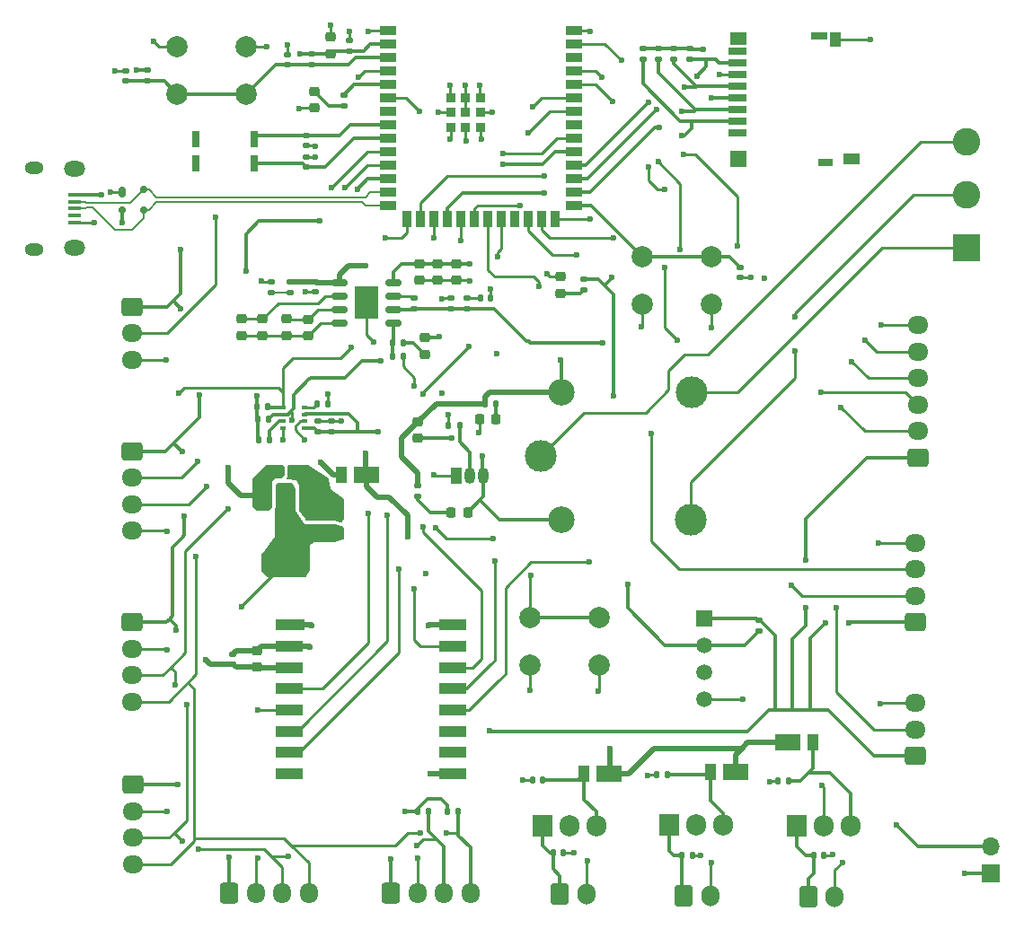
<source format=gbr>
%TF.GenerationSoftware,KiCad,Pcbnew,8.0.7*%
%TF.CreationDate,2025-02-15T14:18:58+03:00*%
%TF.ProjectId,IoT Edge Device V1,496f5420-4564-4676-9520-446576696365,rev?*%
%TF.SameCoordinates,Original*%
%TF.FileFunction,Copper,L1,Top*%
%TF.FilePolarity,Positive*%
%FSLAX46Y46*%
G04 Gerber Fmt 4.6, Leading zero omitted, Abs format (unit mm)*
G04 Created by KiCad (PCBNEW 8.0.7) date 2025-02-15 14:18:58*
%MOMM*%
%LPD*%
G01*
G04 APERTURE LIST*
G04 Aperture macros list*
%AMRoundRect*
0 Rectangle with rounded corners*
0 $1 Rounding radius*
0 $2 $3 $4 $5 $6 $7 $8 $9 X,Y pos of 4 corners*
0 Add a 4 corners polygon primitive as box body*
4,1,4,$2,$3,$4,$5,$6,$7,$8,$9,$2,$3,0*
0 Add four circle primitives for the rounded corners*
1,1,$1+$1,$2,$3*
1,1,$1+$1,$4,$5*
1,1,$1+$1,$6,$7*
1,1,$1+$1,$8,$9*
0 Add four rect primitives between the rounded corners*
20,1,$1+$1,$2,$3,$4,$5,0*
20,1,$1+$1,$4,$5,$6,$7,0*
20,1,$1+$1,$6,$7,$8,$9,0*
20,1,$1+$1,$8,$9,$2,$3,0*%
G04 Aperture macros list end*
%TA.AperFunction,SMDPad,CuDef*%
%ADD10RoundRect,0.140000X0.170000X-0.140000X0.170000X0.140000X-0.170000X0.140000X-0.170000X-0.140000X0*%
%TD*%
%TA.AperFunction,SMDPad,CuDef*%
%ADD11RoundRect,0.218750X0.256250X-0.218750X0.256250X0.218750X-0.256250X0.218750X-0.256250X-0.218750X0*%
%TD*%
%TA.AperFunction,SMDPad,CuDef*%
%ADD12RoundRect,0.135000X0.135000X0.185000X-0.135000X0.185000X-0.135000X-0.185000X0.135000X-0.185000X0*%
%TD*%
%TA.AperFunction,SMDPad,CuDef*%
%ADD13R,1.050000X1.500000*%
%TD*%
%TA.AperFunction,SMDPad,CuDef*%
%ADD14R,2.400000X1.500000*%
%TD*%
%TA.AperFunction,SMDPad,CuDef*%
%ADD15RoundRect,0.140000X-0.140000X-0.170000X0.140000X-0.170000X0.140000X0.170000X-0.140000X0.170000X0*%
%TD*%
%TA.AperFunction,SMDPad,CuDef*%
%ADD16RoundRect,0.218750X-0.256250X0.218750X-0.256250X-0.218750X0.256250X-0.218750X0.256250X0.218750X0*%
%TD*%
%TA.AperFunction,ComponentPad*%
%ADD17RoundRect,0.250000X0.725000X-0.600000X0.725000X0.600000X-0.725000X0.600000X-0.725000X-0.600000X0*%
%TD*%
%TA.AperFunction,ComponentPad*%
%ADD18O,1.950000X1.700000*%
%TD*%
%TA.AperFunction,ComponentPad*%
%ADD19R,1.050000X1.500000*%
%TD*%
%TA.AperFunction,ComponentPad*%
%ADD20O,1.050000X1.500000*%
%TD*%
%TA.AperFunction,ComponentPad*%
%ADD21R,2.600000X2.600000*%
%TD*%
%TA.AperFunction,ComponentPad*%
%ADD22C,2.600000*%
%TD*%
%TA.AperFunction,SMDPad,CuDef*%
%ADD23R,1.500000X0.900000*%
%TD*%
%TA.AperFunction,SMDPad,CuDef*%
%ADD24R,0.900000X1.500000*%
%TD*%
%TA.AperFunction,SMDPad,CuDef*%
%ADD25R,0.900000X0.900000*%
%TD*%
%TA.AperFunction,SMDPad,CuDef*%
%ADD26R,2.800000X1.100000*%
%TD*%
%TA.AperFunction,SMDPad,CuDef*%
%ADD27R,2.600000X1.100000*%
%TD*%
%TA.AperFunction,SMDPad,CuDef*%
%ADD28RoundRect,0.140000X0.140000X0.170000X-0.140000X0.170000X-0.140000X-0.170000X0.140000X-0.170000X0*%
%TD*%
%TA.AperFunction,SMDPad,CuDef*%
%ADD29R,1.300000X0.450000*%
%TD*%
%TA.AperFunction,ComponentPad*%
%ADD30O,1.800000X1.150000*%
%TD*%
%TA.AperFunction,ComponentPad*%
%ADD31O,2.000000X1.450000*%
%TD*%
%TA.AperFunction,ComponentPad*%
%ADD32RoundRect,0.250000X-0.600000X-0.750000X0.600000X-0.750000X0.600000X0.750000X-0.600000X0.750000X0*%
%TD*%
%TA.AperFunction,ComponentPad*%
%ADD33O,1.700000X2.000000*%
%TD*%
%TA.AperFunction,SMDPad,CuDef*%
%ADD34RoundRect,0.140000X-0.170000X0.140000X-0.170000X-0.140000X0.170000X-0.140000X0.170000X0.140000X0*%
%TD*%
%TA.AperFunction,SMDPad,CuDef*%
%ADD35RoundRect,0.218750X-0.218750X-0.256250X0.218750X-0.256250X0.218750X0.256250X-0.218750X0.256250X0*%
%TD*%
%TA.AperFunction,ComponentPad*%
%ADD36C,2.000000*%
%TD*%
%TA.AperFunction,SMDPad,CuDef*%
%ADD37RoundRect,0.225000X-0.250000X0.225000X-0.250000X-0.225000X0.250000X-0.225000X0.250000X0.225000X0*%
%TD*%
%TA.AperFunction,ComponentPad*%
%ADD38R,1.905000X2.000000*%
%TD*%
%TA.AperFunction,ComponentPad*%
%ADD39O,1.905000X2.000000*%
%TD*%
%TA.AperFunction,SMDPad,CuDef*%
%ADD40RoundRect,0.135000X0.185000X-0.135000X0.185000X0.135000X-0.185000X0.135000X-0.185000X-0.135000X0*%
%TD*%
%TA.AperFunction,ComponentPad*%
%ADD41RoundRect,0.250000X-0.725000X0.600000X-0.725000X-0.600000X0.725000X-0.600000X0.725000X0.600000X0*%
%TD*%
%TA.AperFunction,SMDPad,CuDef*%
%ADD42RoundRect,0.135000X-0.135000X-0.185000X0.135000X-0.185000X0.135000X0.185000X-0.135000X0.185000X0*%
%TD*%
%TA.AperFunction,SMDPad,CuDef*%
%ADD43RoundRect,0.225000X0.250000X-0.225000X0.250000X0.225000X-0.250000X0.225000X-0.250000X-0.225000X0*%
%TD*%
%TA.AperFunction,SMDPad,CuDef*%
%ADD44RoundRect,0.135000X-0.185000X0.135000X-0.185000X-0.135000X0.185000X-0.135000X0.185000X0.135000X0*%
%TD*%
%TA.AperFunction,ComponentPad*%
%ADD45C,3.000000*%
%TD*%
%TA.AperFunction,ComponentPad*%
%ADD46C,2.500000*%
%TD*%
%TA.AperFunction,SMDPad,CuDef*%
%ADD47RoundRect,0.147500X-0.172500X0.147500X-0.172500X-0.147500X0.172500X-0.147500X0.172500X0.147500X0*%
%TD*%
%TA.AperFunction,SMDPad,CuDef*%
%ADD48R,0.500000X0.350000*%
%TD*%
%TA.AperFunction,SMDPad,CuDef*%
%ADD49R,0.700000X1.600000*%
%TD*%
%TA.AperFunction,SMDPad,CuDef*%
%ADD50R,1.750000X0.700000*%
%TD*%
%TA.AperFunction,SMDPad,CuDef*%
%ADD51R,1.000000X1.450000*%
%TD*%
%TA.AperFunction,SMDPad,CuDef*%
%ADD52R,1.550000X1.000000*%
%TD*%
%TA.AperFunction,SMDPad,CuDef*%
%ADD53R,1.500000X0.800000*%
%TD*%
%TA.AperFunction,SMDPad,CuDef*%
%ADD54R,1.500000X1.300000*%
%TD*%
%TA.AperFunction,SMDPad,CuDef*%
%ADD55R,1.500000X1.500000*%
%TD*%
%TA.AperFunction,SMDPad,CuDef*%
%ADD56R,1.400000X0.800000*%
%TD*%
%TA.AperFunction,SMDPad,CuDef*%
%ADD57RoundRect,0.175000X-0.175000X-0.325000X0.175000X-0.325000X0.175000X0.325000X-0.175000X0.325000X0*%
%TD*%
%TA.AperFunction,SMDPad,CuDef*%
%ADD58RoundRect,0.150000X-0.200000X-0.150000X0.200000X-0.150000X0.200000X0.150000X-0.200000X0.150000X0*%
%TD*%
%TA.AperFunction,ComponentPad*%
%ADD59RoundRect,0.250000X-0.600000X-0.725000X0.600000X-0.725000X0.600000X0.725000X-0.600000X0.725000X0*%
%TD*%
%TA.AperFunction,ComponentPad*%
%ADD60O,1.700000X1.950000*%
%TD*%
%TA.AperFunction,ComponentPad*%
%ADD61R,1.700000X1.700000*%
%TD*%
%TA.AperFunction,ComponentPad*%
%ADD62O,1.700000X1.700000*%
%TD*%
%TA.AperFunction,SMDPad,CuDef*%
%ADD63RoundRect,0.375000X-0.375000X0.625000X-0.375000X-0.625000X0.375000X-0.625000X0.375000X0.625000X0*%
%TD*%
%TA.AperFunction,SMDPad,CuDef*%
%ADD64RoundRect,0.500000X-1.400000X0.500000X-1.400000X-0.500000X1.400000X-0.500000X1.400000X0.500000X0*%
%TD*%
%TA.AperFunction,SMDPad,CuDef*%
%ADD65RoundRect,0.178200X-0.584300X-0.151800X0.584300X-0.151800X0.584300X0.151800X-0.584300X0.151800X0*%
%TD*%
%TA.AperFunction,SMDPad,CuDef*%
%ADD66R,2.210000X3.100000*%
%TD*%
%TA.AperFunction,ComponentPad*%
%ADD67R,1.500000X1.500000*%
%TD*%
%TA.AperFunction,ComponentPad*%
%ADD68C,1.500000*%
%TD*%
%TA.AperFunction,SMDPad,CuDef*%
%ADD69RoundRect,0.218750X0.218750X0.256250X-0.218750X0.256250X-0.218750X-0.256250X0.218750X-0.256250X0*%
%TD*%
%TA.AperFunction,ViaPad*%
%ADD70C,0.600000*%
%TD*%
%TA.AperFunction,Conductor*%
%ADD71C,0.300000*%
%TD*%
%TA.AperFunction,Conductor*%
%ADD72C,0.500000*%
%TD*%
%TA.AperFunction,Conductor*%
%ADD73C,0.250000*%
%TD*%
%TA.AperFunction,Conductor*%
%ADD74C,0.200000*%
%TD*%
G04 APERTURE END LIST*
D10*
%TO.P,C17,1*%
%TO.N,GND*%
X123264000Y-72175000D03*
%TO.P,C17,2*%
%TO.N,VIN_IP*%
X123264000Y-71215000D03*
%TD*%
D11*
%TO.P,D10,1,K*%
%TO.N,Net-(D10-K)*%
X120588000Y-76316500D03*
%TO.P,D10,2,A*%
%TO.N,Net-(D10-A)*%
X120588000Y-74741500D03*
%TD*%
D12*
%TO.P,R19,1*%
%TO.N,SCL*%
X118822000Y-83024000D03*
%TO.P,R19,2*%
%TO.N,+3.3VREG*%
X117802000Y-83024000D03*
%TD*%
D10*
%TO.P,C6,1*%
%TO.N,GND*%
X122428000Y-58392000D03*
%TO.P,C6,2*%
%TO.N,XTAL_32K_P*%
X122428000Y-57432000D03*
%TD*%
D13*
%TO.P,D5,A*%
%TO.N,Net-(U3-VO)*%
X160527000Y-117475000D03*
D14*
%TO.P,D5,C*%
%TO.N,VIN_IP*%
X162902000Y-117475000D03*
%TD*%
D15*
%TO.P,C22,1*%
%TO.N,Net-(C22-Pad1)*%
X138858000Y-72779000D03*
%TO.P,C22,2*%
%TO.N,GND*%
X139818000Y-72779000D03*
%TD*%
%TO.P,C4,1*%
%TO.N,5VUSB*%
X120029000Y-89228000D03*
%TO.P,C4,2*%
%TO.N,GND*%
X120989000Y-89228000D03*
%TD*%
D16*
%TO.P,D9,1,K*%
%TO.N,Net-(D8-A)*%
X118338000Y-74741500D03*
%TO.P,D9,2,A*%
%TO.N,Net-(D10-K)*%
X118338000Y-76316500D03*
%TD*%
D17*
%TO.P,J7,1,Pin_1*%
%TO.N,+3.3VREG*%
X179832000Y-103338000D03*
D18*
%TO.P,J7,2,Pin_2*%
%TO.N,TXD1*%
X179832000Y-100838000D03*
%TO.P,J7,3,Pin_3*%
%TO.N,RXD1*%
X179832000Y-98338000D03*
%TO.P,J7,4,Pin_4*%
%TO.N,GND*%
X179832000Y-95838000D03*
%TD*%
D19*
%TO.P,Q1,1,E*%
%TO.N,GND*%
X136614000Y-89534000D03*
D20*
%TO.P,Q1,2,B*%
%TO.N,Net-(Q1-B)*%
X137884000Y-89534000D03*
%TO.P,Q1,3,C*%
%TO.N,Net-(D14-A)*%
X139154000Y-89534000D03*
%TD*%
D21*
%TO.P,J16,1,Pin_1*%
%TO.N,/NC*%
X184709000Y-67992000D03*
D22*
%TO.P,J16,2,Pin_2*%
%TO.N,/NO*%
X184709000Y-62992000D03*
%TO.P,J16,3,Pin_3*%
%TO.N,/COM*%
X184709000Y-57992000D03*
%TD*%
D10*
%TO.P,C9,1*%
%TO.N,CHIP_PU*%
X105409500Y-52271500D03*
%TO.P,C9,2*%
%TO.N,GND*%
X105409500Y-51311500D03*
%TD*%
D23*
%TO.P,X1,1,GND*%
%TO.N,GND*%
X130187500Y-47547500D03*
%TO.P,X1,2,3V3*%
%TO.N,+3.3VREG*%
X130187500Y-48817500D03*
%TO.P,X1,3,EN*%
%TO.N,CHIP_PU*%
X130187500Y-50087500D03*
%TO.P,X1,4,IO4*%
%TO.N,ADC2*%
X130187500Y-51357500D03*
%TO.P,X1,5,IO5*%
%TO.N,LED*%
X130187500Y-52627500D03*
%TO.P,X1,6,IO6*%
%TO.N,RELAY*%
X130187500Y-53897500D03*
%TO.P,X1,7,IO7*%
%TO.N,unconnected-(X1-IO7-Pad7)*%
X130187500Y-55167500D03*
%TO.P,X1,8,IO15*%
%TO.N,XTAL_32K_P*%
X130187500Y-56437500D03*
%TO.P,X1,9,IO16*%
%TO.N,XTAL_32K_N*%
X130187500Y-57707500D03*
%TO.P,X1,10,IO17*%
%TO.N,TXD2*%
X130187500Y-58977500D03*
%TO.P,X1,11,IO18*%
%TO.N,RXD2*%
X130187500Y-60247500D03*
%TO.P,X1,12,IO8*%
%TO.N,DHT_DATA*%
X130187500Y-61517500D03*
%TO.P,X1,13,IO19*%
%TO.N,USB_D-*%
X130187500Y-62787500D03*
%TO.P,X1,14,IO20*%
%TO.N,USB_D+*%
X130187500Y-64057500D03*
D24*
%TO.P,X1,15,IO3*%
%TO.N,IRQ1*%
X131952500Y-65307500D03*
%TO.P,X1,16,IO46*%
%TO.N,SCLK*%
X133222500Y-65307500D03*
%TO.P,X1,17,IO9*%
%TO.N,CS_LORA*%
X134492500Y-65307500D03*
%TO.P,X1,18,IO10*%
%TO.N,CS_SD*%
X135762500Y-65307500D03*
%TO.P,X1,19,IO11*%
%TO.N,MOSI_LORA*%
X137032500Y-65307500D03*
%TO.P,X1,20,IO12*%
%TO.N,SCLK_LORA*%
X138302500Y-65307500D03*
%TO.P,X1,21,IO13*%
%TO.N,MISO_LORA*%
X139572500Y-65307500D03*
%TO.P,X1,22,IO14*%
%TO.N,RESET*%
X140842500Y-65307500D03*
%TO.P,X1,23,IO21*%
%TO.N,unconnected-(X1-IO21-Pad23)*%
X142112500Y-65307500D03*
%TO.P,X1,24,IO47*%
%TO.N,MISO*%
X143382500Y-65307500D03*
%TO.P,X1,25,IO48*%
%TO.N,CS*%
X144652500Y-65307500D03*
%TO.P,X1,26,IO45*%
%TO.N,MOSI*%
X145922500Y-65307500D03*
D23*
%TO.P,X1,27,IO0*%
%TO.N,BOOT*%
X147687500Y-64057500D03*
%TO.P,X1,28,IO35*%
%TO.N,MOSI_SD*%
X147687500Y-62787500D03*
%TO.P,X1,29,IO36*%
%TO.N,SCLK_SD*%
X147687500Y-61517500D03*
%TO.P,X1,30,IO37*%
%TO.N,MISO_SD*%
X147687500Y-60247500D03*
%TO.P,X1,31,IO38*%
%TO.N,SDA*%
X147687500Y-58977500D03*
%TO.P,X1,32,IO39*%
%TO.N,SCL*%
X147687500Y-57707500D03*
%TO.P,X1,33,IO40*%
%TO.N,unconnected-(X1-IO40-Pad33)*%
X147687500Y-56437500D03*
%TO.P,X1,34,IO41*%
%TO.N,IRQ2*%
X147687500Y-55167500D03*
%TO.P,X1,35,IO42*%
%TO.N,IRQ3*%
X147687500Y-53897500D03*
%TO.P,X1,36,RXD0*%
%TO.N,RXD1*%
X147687500Y-52627500D03*
%TO.P,X1,37,TXD0*%
%TO.N,TXD1*%
X147687500Y-51357500D03*
%TO.P,X1,38,IO2*%
%TO.N,unconnected-(X1-IO2-Pad38)*%
X147687500Y-50087500D03*
%TO.P,X1,39,IO1*%
%TO.N,ADC1*%
X147687500Y-48817500D03*
%TO.P,X1,40,GND*%
%TO.N,GND*%
X147687500Y-47547500D03*
D25*
%TO.P,X1,41,GND*%
X137437500Y-55267500D03*
%TO.P,X1,42,GND*%
X137437500Y-53867500D03*
%TO.P,X1,43,GND*%
X136037500Y-53867500D03*
%TO.P,X1,44,GND*%
X136037500Y-55267500D03*
%TO.P,X1,45,GND*%
X136037500Y-56667500D03*
%TO.P,X1,46,GND*%
X137437500Y-56667500D03*
%TO.P,X1,47,GND*%
X138837500Y-56667500D03*
%TO.P,X1,48,GND*%
X138837500Y-55267500D03*
%TO.P,X1,49,GND*%
X138837500Y-53867500D03*
%TD*%
D26*
%TO.P,U6,1,GND*%
%TO.N,GND*%
X120920500Y-103617000D03*
D27*
%TO.P,U6,2,GND*%
X120820500Y-105617000D03*
%TO.P,U6,3,VDD*%
%TO.N,+3.3VREG*%
X120820500Y-107617000D03*
%TO.P,U6,4,~{RESET}*%
%TO.N,RESET*%
X120820500Y-109617000D03*
%TO.P,U6,5,DIO0*%
%TO.N,IRQ1*%
X120820500Y-111617000D03*
%TO.P,U6,6,DIO1*%
%TO.N,IRQ2*%
X120820500Y-113617000D03*
%TO.P,U6,7,DIO2*%
%TO.N,IRQ3*%
X120820500Y-115617000D03*
%TO.P,U6,8,DIO3*%
%TO.N,unconnected-(U6-DIO3-Pad8)*%
X120820500Y-117617000D03*
%TO.P,U6,9,GND*%
%TO.N,GND*%
X136220500Y-117617000D03*
%TO.P,U6,10,DIO4*%
%TO.N,unconnected-(U6-DIO4-Pad10)*%
X136220500Y-115617000D03*
%TO.P,U6,11,DIO5*%
%TO.N,unconnected-(U6-DIO5-Pad11)*%
X136220500Y-113617000D03*
%TO.P,U6,12,SCK*%
%TO.N,SCLK_LORA*%
X136220500Y-111617000D03*
%TO.P,U6,13,MISO*%
%TO.N,MISO_LORA*%
X136220500Y-109617000D03*
%TO.P,U6,14,MOSI*%
%TO.N,MOSI_LORA*%
X136220500Y-107617000D03*
%TO.P,U6,15,~{NSS}*%
%TO.N,CS_LORA*%
X136220500Y-105617000D03*
%TO.P,U6,16,GND*%
%TO.N,GND*%
X136220500Y-103617000D03*
%TD*%
D28*
%TO.P,C11,1*%
%TO.N,Net-(U2-VO)*%
X144752000Y-118237000D03*
%TO.P,C11,2*%
%TO.N,GND*%
X143792000Y-118237000D03*
%TD*%
D29*
%TO.P,J1,1,VBUS*%
%TO.N,5VUSB*%
X100625000Y-63035000D03*
%TO.P,J1,2,D-*%
%TO.N,USB_D-*%
X100625000Y-63685000D03*
%TO.P,J1,3,D+*%
%TO.N,USB_D+*%
X100625000Y-64335000D03*
%TO.P,J1,4,ID*%
%TO.N,unconnected-(J1-ID-Pad4)*%
X100625000Y-64985000D03*
%TO.P,J1,5,GND*%
%TO.N,GND*%
X100625000Y-65635000D03*
D30*
%TO.P,J1,6,Shield*%
%TO.N,unconnected-(J1-Shield-Pad6)_3*%
X96775000Y-60460000D03*
D31*
%TO.N,unconnected-(J1-Shield-Pad6)_2*%
X100575000Y-60610000D03*
%TO.N,unconnected-(J1-Shield-Pad6)*%
X100575000Y-68060000D03*
D30*
%TO.N,unconnected-(J1-Shield-Pad6)_1*%
X96775000Y-68210000D03*
%TD*%
D32*
%TO.P,J13,1,Pin_1*%
%TO.N,Net-(J13-Pin_1)*%
X169746000Y-129195000D03*
D33*
%TO.P,J13,2,Pin_2*%
%TO.N,GND*%
X172246000Y-129195000D03*
%TD*%
D34*
%TO.P,C8,1*%
%TO.N,BOOT*%
X163322000Y-69850000D03*
%TO.P,C8,2*%
%TO.N,GND*%
X163322000Y-70810000D03*
%TD*%
D32*
%TO.P,J11,1,Pin_1*%
%TO.N,Net-(J11-Pin_1)*%
X146324000Y-129011000D03*
D33*
%TO.P,J11,2,Pin_2*%
%TO.N,GND*%
X148824000Y-129011000D03*
%TD*%
D28*
%TO.P,C13,1*%
%TO.N,Net-(U3-VO)*%
X156464000Y-117729000D03*
%TO.P,C13,2*%
%TO.N,GND*%
X155504000Y-117729000D03*
%TD*%
D11*
%TO.P,D13,1,K*%
%TO.N,GND*%
X123231500Y-54855500D03*
%TO.P,D13,2,A*%
%TO.N,Net-(D13-A)*%
X123231500Y-53280500D03*
%TD*%
D35*
%TO.P,D16,1,K*%
%TO.N,GND*%
X138746500Y-84224000D03*
%TO.P,D16,2,A*%
%TO.N,Net-(D16-A)*%
X140321500Y-84224000D03*
%TD*%
D36*
%TO.P,SW1,1,1*%
%TO.N,GND*%
X160603000Y-73370000D03*
X154103000Y-73370000D03*
%TO.P,SW1,2,2*%
%TO.N,BOOT*%
X160603000Y-68870000D03*
X154103000Y-68870000D03*
%TD*%
D10*
%TO.P,C24,1*%
%TO.N,+3.3VREG*%
X115522500Y-107303000D03*
%TO.P,C24,2*%
%TO.N,GND*%
X115522500Y-106343000D03*
%TD*%
D37*
%TO.P,C20,1*%
%TO.N,VOUT_IP*%
X136588000Y-69504000D03*
%TO.P,C20,2*%
%TO.N,GND*%
X136588000Y-71054000D03*
%TD*%
D13*
%TO.P,D4,A*%
%TO.N,Net-(U2-VO)*%
X148628000Y-117602000D03*
D14*
%TO.P,D4,C*%
%TO.N,VIN_IP*%
X151003000Y-117602000D03*
%TD*%
D17*
%TO.P,J2,1,Pin_1*%
%TO.N,+3.3VREG*%
X180086000Y-87804000D03*
D18*
%TO.P,J2,2,Pin_2*%
%TO.N,CS*%
X180086000Y-85304000D03*
%TO.P,J2,3,Pin_3*%
%TO.N,SCLK*%
X180086000Y-82804000D03*
%TO.P,J2,4,Pin_4*%
%TO.N,MOSI*%
X180086000Y-80304000D03*
%TO.P,J2,5,Pin_5*%
%TO.N,MISO*%
X180086000Y-77804000D03*
%TO.P,J2,6,Pin_6*%
%TO.N,GND*%
X180086000Y-75304000D03*
%TD*%
D38*
%TO.P,U4,1,VI*%
%TO.N,Net-(J13-Pin_1)*%
X168656000Y-122555000D03*
D39*
%TO.P,U4,2,GND*%
%TO.N,GND*%
X171196000Y-122555000D03*
%TO.P,U4,3,VO*%
%TO.N,Net-(U4-VO)*%
X173736000Y-122555000D03*
%TD*%
D40*
%TO.P,R17,1*%
%TO.N,Net-(D15-A)*%
X132969000Y-91440000D03*
%TO.P,R17,2*%
%TO.N,VOUT_IP*%
X132969000Y-90420000D03*
%TD*%
D41*
%TO.P,J8,1,Pin_1*%
%TO.N,+3.3VREG*%
X106066000Y-118678000D03*
D18*
%TO.P,J8,2,Pin_2*%
%TO.N,GND*%
X106066000Y-121178000D03*
%TO.P,J8,3,Pin_3*%
%TO.N,SDA*%
X106066000Y-123678000D03*
%TO.P,J8,4,Pin_4*%
%TO.N,SCL*%
X106066000Y-126178000D03*
%TD*%
D40*
%TO.P,R6,1*%
%TO.N,Net-(C16-Pad2)*%
X120888000Y-72234000D03*
%TO.P,R6,2*%
%TO.N,VIN_IP*%
X120888000Y-71214000D03*
%TD*%
D42*
%TO.P,R18,1*%
%TO.N,RELAY*%
X135864000Y-84774000D03*
%TO.P,R18,2*%
%TO.N,Net-(Q1-B)*%
X136884000Y-84774000D03*
%TD*%
D43*
%TO.P,C1,1*%
%TO.N,+3.3VREG*%
X124706500Y-49700500D03*
%TO.P,C1,2*%
%TO.N,GND*%
X124706500Y-48150500D03*
%TD*%
D44*
%TO.P,R1,1*%
%TO.N,+3.3VREG*%
X148590000Y-70989000D03*
%TO.P,R1,2*%
%TO.N,Net-(D1-A)*%
X148590000Y-72009000D03*
%TD*%
D45*
%TO.P,K1,1*%
%TO.N,/COM*%
X144535000Y-87630000D03*
D46*
%TO.P,K1,2*%
%TO.N,Net-(D14-A)*%
X146485000Y-93680000D03*
D45*
%TO.P,K1,3*%
%TO.N,/NO*%
X158685000Y-93680000D03*
%TO.P,K1,4*%
%TO.N,/NC*%
X158735000Y-81630000D03*
D46*
%TO.P,K1,5*%
%TO.N,VOUT_IP*%
X146485000Y-81680000D03*
%TD*%
D13*
%TO.P,D6,A*%
%TO.N,5VUSB*%
X125730000Y-89408000D03*
D14*
%TO.P,D6,C*%
%TO.N,VIN_IP*%
X128105000Y-89408000D03*
%TD*%
D44*
%TO.P,R12,1*%
%TO.N,+3.3VREG*%
X155662000Y-49257500D03*
%TO.P,R12,2*%
%TO.N,MOSI_SD*%
X155662000Y-50277500D03*
%TD*%
D47*
%TO.P,L1,1,1*%
%TO.N,Net-(U5-SW)*%
X132588000Y-72794000D03*
%TO.P,L1,2,2*%
%TO.N,BAT*%
X132588000Y-73764000D03*
%TD*%
D15*
%TO.P,C12,1*%
%TO.N,Net-(J12-Pin_1)*%
X157878000Y-125349000D03*
%TO.P,C12,2*%
%TO.N,GND*%
X158838000Y-125349000D03*
%TD*%
D40*
%TO.P,R2,1*%
%TO.N,CHIP_PU*%
X122935500Y-50777500D03*
%TO.P,R2,2*%
%TO.N,+3.3VREG*%
X122935500Y-49757500D03*
%TD*%
D48*
%TO.P,U8,1,GND*%
%TO.N,GND*%
X120260000Y-85049000D03*
%TO.P,U8,2,CSB*%
%TO.N,Net-(U8-CSB)*%
X120260000Y-84399000D03*
%TO.P,U8,3,SDI*%
%TO.N,SDA*%
X120260000Y-83749000D03*
%TO.P,U8,4,SCK*%
%TO.N,SCL*%
X120260000Y-83099000D03*
%TO.P,U8,5,SDO*%
%TO.N,Net-(U8-SDO)*%
X122310000Y-83099000D03*
%TO.P,U8,6,VDDIO*%
%TO.N,+3.3VREG*%
X122310000Y-83749000D03*
%TO.P,U8,7,GND*%
%TO.N,GND*%
X122310000Y-84399000D03*
%TO.P,U8,8,VDD*%
%TO.N,+3.3VREG*%
X122310000Y-85049000D03*
%TD*%
D12*
%TO.P,R22,1*%
%TO.N,GND*%
X124500000Y-82725000D03*
%TO.P,R22,2*%
%TO.N,Net-(U8-SDO)*%
X123480000Y-82725000D03*
%TD*%
D43*
%TO.P,C23,1*%
%TO.N,+3.3VREG*%
X117772500Y-107598000D03*
%TO.P,C23,2*%
%TO.N,GND*%
X117772500Y-106048000D03*
%TD*%
D11*
%TO.P,D8,1,K*%
%TO.N,Net-(D10-K)*%
X116338000Y-76316500D03*
%TO.P,D8,2,A*%
%TO.N,Net-(D8-A)*%
X116338000Y-74741500D03*
%TD*%
D36*
%TO.P,SW2,1,1*%
%TO.N,GND*%
X110287500Y-49033500D03*
X116787500Y-49033500D03*
%TO.P,SW2,2,2*%
%TO.N,CHIP_PU*%
X110287500Y-53533500D03*
X116787500Y-53533500D03*
%TD*%
D16*
%TO.P,D14,1,K*%
%TO.N,VOUT_IP*%
X132984000Y-84424000D03*
%TO.P,D14,2,A*%
%TO.N,Net-(D14-A)*%
X132984000Y-85999000D03*
%TD*%
D10*
%TO.P,C26,1*%
%TO.N,+3.3VREG*%
X124785000Y-85354000D03*
%TO.P,C26,2*%
%TO.N,GND*%
X124785000Y-84394000D03*
%TD*%
D41*
%TO.P,J4,1,Pin_1*%
%TO.N,+3.3VREG*%
X105999500Y-87212500D03*
D18*
%TO.P,J4,2,Pin_2*%
%TO.N,TXD2*%
X105999500Y-89712500D03*
%TO.P,J4,3,Pin_3*%
%TO.N,RXD2*%
X105999500Y-92212500D03*
%TO.P,J4,4,Pin_4*%
%TO.N,GND*%
X105999500Y-94712500D03*
%TD*%
D38*
%TO.P,U2,1,VI*%
%TO.N,Net-(J11-Pin_1)*%
X144729000Y-122528000D03*
D39*
%TO.P,U2,2,GND*%
%TO.N,GND*%
X147269000Y-122528000D03*
%TO.P,U2,3,VO*%
%TO.N,Net-(U2-VO)*%
X149809000Y-122528000D03*
%TD*%
D44*
%TO.P,R3,1*%
%TO.N,+3.3VREG*%
X107441500Y-51281500D03*
%TO.P,R3,2*%
%TO.N,CHIP_PU*%
X107441500Y-52301500D03*
%TD*%
D49*
%TO.P,Y1,1*%
%TO.N,XTAL_32K_P*%
X117558000Y-57778000D03*
%TO.P,Y1,2*%
%TO.N,N/C*%
X112058000Y-57778000D03*
%TO.P,Y1,3*%
X112058000Y-60078000D03*
%TO.P,Y1,4*%
%TO.N,XTAL_32K_N*%
X117558000Y-60078000D03*
%TD*%
D12*
%TO.P,R20,1*%
%TO.N,SDA*%
X118872000Y-84174000D03*
%TO.P,R20,2*%
%TO.N,+3.3VREG*%
X117852000Y-84174000D03*
%TD*%
D34*
%TO.P,C16,1*%
%TO.N,GND*%
X119110000Y-71272000D03*
%TO.P,C16,2*%
%TO.N,Net-(C16-Pad2)*%
X119110000Y-72232000D03*
%TD*%
D16*
%TO.P,D12,1,K*%
%TO.N,GND*%
X133588000Y-76491500D03*
%TO.P,D12,2,A*%
%TO.N,Net-(D12-A)*%
X133588000Y-78066500D03*
%TD*%
D50*
%TO.P,J15,1,DAT2*%
%TO.N,unconnected-(J15-DAT2-Pad1)*%
X163052000Y-57202500D03*
%TO.P,J15,2,DAT3/CD*%
%TO.N,CS_SD*%
X163052000Y-56102500D03*
%TO.P,J15,3,CMD*%
%TO.N,MOSI_SD*%
X163052000Y-55002500D03*
%TO.P,J15,4,VDD*%
%TO.N,+3.3VREG*%
X163052000Y-53902500D03*
%TO.P,J15,5,CLK*%
%TO.N,SCLK_SD*%
X163052000Y-52802500D03*
%TO.P,J15,6,VSS*%
%TO.N,GND*%
X163052000Y-51702500D03*
%TO.P,J15,7,DAT0*%
%TO.N,MISO_SD*%
X163052000Y-50602500D03*
%TO.P,J15,8,DAT1*%
%TO.N,unconnected-(J15-DAT1-Pad8)*%
X163052000Y-49502500D03*
D51*
%TO.P,J15,9,SHIELD*%
%TO.N,GND*%
X172277000Y-48377500D03*
D52*
%TO.P,J15,10*%
%TO.N,N/C*%
X173852000Y-59602500D03*
D53*
%TO.P,J15,11*%
X170777000Y-48052500D03*
D54*
X163177000Y-48302500D03*
D55*
X163177000Y-59652500D03*
D56*
X171427000Y-60002500D03*
%TD*%
D17*
%TO.P,J6,1,Pin_1*%
%TO.N,+3.3VREG*%
X179864000Y-115970000D03*
D18*
%TO.P,J6,2,Pin_2*%
%TO.N,ADC1*%
X179864000Y-113470000D03*
%TO.P,J6,3,Pin_3*%
%TO.N,GND*%
X179864000Y-110970000D03*
%TD*%
D10*
%TO.P,C25,1*%
%TO.N,+3.3VREG*%
X123535000Y-85354000D03*
%TO.P,C25,2*%
%TO.N,GND*%
X123535000Y-84394000D03*
%TD*%
D37*
%TO.P,C18,1*%
%TO.N,VOUT_IP*%
X133088000Y-69529000D03*
%TO.P,C18,2*%
%TO.N,GND*%
X133088000Y-71079000D03*
%TD*%
D12*
%TO.P,R5,1*%
%TO.N,SCL*%
X136792000Y-121155000D03*
%TO.P,R5,2*%
%TO.N,+3.3VREG*%
X135772000Y-121155000D03*
%TD*%
D44*
%TO.P,R7,1*%
%TO.N,Net-(C22-Pad1)*%
X137588000Y-72769000D03*
%TO.P,R7,2*%
%TO.N,BAT*%
X137588000Y-73789000D03*
%TD*%
D38*
%TO.P,U3,1,VI*%
%TO.N,Net-(J12-Pin_1)*%
X156658000Y-122469000D03*
D39*
%TO.P,U3,2,GND*%
%TO.N,GND*%
X159198000Y-122469000D03*
%TO.P,U3,3,VO*%
%TO.N,Net-(U3-VO)*%
X161738000Y-122469000D03*
%TD*%
D40*
%TO.P,R10,1*%
%TO.N,DHT_DATA*%
X165093000Y-104190000D03*
%TO.P,R10,2*%
%TO.N,+3.3VREG*%
X165093000Y-103170000D03*
%TD*%
D10*
%TO.P,C2,1*%
%TO.N,+3.3VREG*%
X126506500Y-49450500D03*
%TO.P,C2,2*%
%TO.N,GND*%
X126506500Y-48490500D03*
%TD*%
D12*
%TO.P,R16,1*%
%TO.N,Net-(D16-A)*%
X140344000Y-82724000D03*
%TO.P,R16,2*%
%TO.N,VOUT_IP*%
X139324000Y-82724000D03*
%TD*%
D44*
%TO.P,R14,1*%
%TO.N,+3.3VREG*%
X158562000Y-49257500D03*
%TO.P,R14,2*%
%TO.N,MISO_SD*%
X158562000Y-50277500D03*
%TD*%
D34*
%TO.P,C7,1*%
%TO.N,GND*%
X122428000Y-59464000D03*
%TO.P,C7,2*%
%TO.N,XTAL_32K_N*%
X122428000Y-60424000D03*
%TD*%
D16*
%TO.P,D1,1,K*%
%TO.N,GND*%
X146390000Y-70724000D03*
%TO.P,D1,2,A*%
%TO.N,Net-(D1-A)*%
X146390000Y-72299000D03*
%TD*%
D15*
%TO.P,C14,1*%
%TO.N,Net-(J13-Pin_1)*%
X170256000Y-125355000D03*
%TO.P,C14,2*%
%TO.N,GND*%
X171216000Y-125355000D03*
%TD*%
D32*
%TO.P,J12,1,Pin_1*%
%TO.N,Net-(J12-Pin_1)*%
X158028000Y-129159000D03*
D33*
%TO.P,J12,2,Pin_2*%
%TO.N,GND*%
X160528000Y-129159000D03*
%TD*%
D57*
%TO.P,D2,1,A*%
%TO.N,GND*%
X105097500Y-62737500D03*
D58*
%TO.P,D2,2,K*%
%TO.N,5VUSB*%
X105097500Y-64437500D03*
%TO.P,D2,3,K*%
%TO.N,USB_D+*%
X107097500Y-64437500D03*
%TO.P,D2,4,K*%
%TO.N,USB_D-*%
X107097500Y-62537500D03*
%TD*%
D44*
%TO.P,R15,1*%
%TO.N,LED*%
X125981500Y-53605500D03*
%TO.P,R15,2*%
%TO.N,Net-(D13-A)*%
X125981500Y-54625500D03*
%TD*%
%TO.P,R11,1*%
%TO.N,+3.3VREG*%
X154162000Y-49257500D03*
%TO.P,R11,2*%
%TO.N,CS_SD*%
X154162000Y-50277500D03*
%TD*%
D13*
%TO.P,D7,A*%
%TO.N,Net-(U4-VO)*%
X170181000Y-114681000D03*
D14*
%TO.P,D7,C*%
%TO.N,VIN_IP*%
X167806000Y-114681000D03*
%TD*%
D41*
%TO.P,J10,1,Pin_1*%
%TO.N,+3.3VREG*%
X106049500Y-73587500D03*
D18*
%TO.P,J10,2,Pin_2*%
%TO.N,ADC2*%
X106049500Y-76087500D03*
%TO.P,J10,3,Pin_3*%
%TO.N,GND*%
X106049500Y-78587500D03*
%TD*%
D10*
%TO.P,C21,1*%
%TO.N,BAT*%
X136088000Y-73759000D03*
%TO.P,C21,2*%
%TO.N,GND*%
X136088000Y-72799000D03*
%TD*%
D34*
%TO.P,C3,1*%
%TO.N,GND*%
X120649500Y-49787500D03*
%TO.P,C3,2*%
%TO.N,CHIP_PU*%
X120649500Y-50747500D03*
%TD*%
D59*
%TO.P,J5,1,Pin_1*%
%TO.N,+3.3VREG*%
X115182000Y-128905000D03*
D60*
%TO.P,J5,2,Pin_2*%
%TO.N,GND*%
X117682000Y-128905000D03*
%TO.P,J5,3,Pin_3*%
%TO.N,SDA*%
X120182000Y-128905000D03*
%TO.P,J5,4,Pin_4*%
%TO.N,SCL*%
X122682000Y-128905000D03*
%TD*%
D61*
%TO.P,J14,1,Pin_1*%
%TO.N,GND*%
X186944000Y-127000000D03*
D62*
%TO.P,J14,2,Pin_2*%
%TO.N,BAT*%
X186944000Y-124460000D03*
%TD*%
D16*
%TO.P,D11,1,K*%
%TO.N,Net-(D10-A)*%
X122588000Y-74779000D03*
%TO.P,D11,2,A*%
%TO.N,Net-(D10-K)*%
X122588000Y-76354000D03*
%TD*%
D12*
%TO.P,R21,1*%
%TO.N,Net-(U8-CSB)*%
X118965000Y-86124000D03*
%TO.P,R21,2*%
%TO.N,+3.3VREG*%
X117945000Y-86124000D03*
%TD*%
D41*
%TO.P,J3,1,Pin_1*%
%TO.N,+3.3VREG*%
X106049500Y-103362500D03*
D18*
%TO.P,J3,2,Pin_2*%
%TO.N,GND*%
X106049500Y-105862500D03*
%TO.P,J3,3,Pin_3*%
%TO.N,SDA*%
X106049500Y-108362500D03*
%TO.P,J3,4,Pin_4*%
%TO.N,SCL*%
X106049500Y-110862500D03*
%TD*%
D63*
%TO.P,U1,1,GND*%
%TO.N,GND*%
X122809000Y-91412000D03*
%TO.P,U1,2,VO*%
%TO.N,+3.3VREG*%
X120509000Y-91412000D03*
D64*
X120509000Y-97712000D03*
D63*
%TO.P,U1,3,VI*%
%TO.N,5VUSB*%
X118209000Y-91412000D03*
%TD*%
D15*
%TO.P,C10,1*%
%TO.N,Net-(J11-Pin_1)*%
X145694000Y-125095000D03*
%TO.P,C10,2*%
%TO.N,GND*%
X146654000Y-125095000D03*
%TD*%
D59*
%TO.P,J9,1,Pin_1*%
%TO.N,+3.3VREG*%
X130422000Y-128905000D03*
D60*
%TO.P,J9,2,Pin_2*%
%TO.N,GND*%
X132922000Y-128905000D03*
%TO.P,J9,3,Pin_3*%
%TO.N,SDA*%
X135422000Y-128905000D03*
%TO.P,J9,4,Pin_4*%
%TO.N,SCL*%
X137922000Y-128905000D03*
%TD*%
D36*
%TO.P,SW3,1,1*%
%TO.N,Net-(R9-Pad2)*%
X143562000Y-102906000D03*
X150062000Y-102906000D03*
%TO.P,SW3,2,2*%
%TO.N,GND*%
X143562000Y-107406000D03*
X150062000Y-107406000D03*
%TD*%
D65*
%TO.P,U5,1,VCC*%
%TO.N,VIN_IP*%
X125603000Y-71297800D03*
%TO.P,U5,2,LED1*%
%TO.N,Net-(D8-A)*%
X125603000Y-72567800D03*
%TO.P,U5,3,LED2*%
%TO.N,Net-(D10-A)*%
X125603000Y-73837800D03*
%TO.P,U5,4,LED3*%
%TO.N,Net-(D10-K)*%
X125603000Y-75107800D03*
%TO.P,U5,5,KEY*%
%TO.N,Net-(U5-KEY)*%
X130683000Y-75107800D03*
%TO.P,U5,6,BAT*%
%TO.N,BAT*%
X130683000Y-73837800D03*
%TO.P,U5,7,SW*%
%TO.N,Net-(U5-SW)*%
X130683000Y-72567800D03*
%TO.P,U5,8,VOUT*%
%TO.N,VOUT_IP*%
X130683000Y-71297800D03*
D66*
%TO.P,U5,9,GND*%
%TO.N,GND*%
X128143000Y-73202800D03*
%TD*%
D12*
%TO.P,R4,1*%
%TO.N,SDA*%
X133992000Y-121155000D03*
%TO.P,R4,2*%
%TO.N,+3.3VREG*%
X132972000Y-121155000D03*
%TD*%
D37*
%TO.P,C19,1*%
%TO.N,VOUT_IP*%
X134838000Y-69529000D03*
%TO.P,C19,2*%
%TO.N,GND*%
X134838000Y-71079000D03*
%TD*%
D44*
%TO.P,R13,1*%
%TO.N,+3.3VREG*%
X157062000Y-49257500D03*
%TO.P,R13,2*%
%TO.N,SCLK_SD*%
X157062000Y-50277500D03*
%TD*%
D67*
%TO.P,U7,1,VDD*%
%TO.N,+3.3VREG*%
X159990500Y-102967500D03*
D68*
%TO.P,U7,2,DATA*%
%TO.N,DHT_DATA*%
X159990500Y-105507500D03*
%TO.P,U7,3,NC*%
%TO.N,unconnected-(U7-NC-Pad3)*%
X159990500Y-108047500D03*
%TO.P,U7,4,GND*%
%TO.N,GND*%
X159990500Y-110587500D03*
%TD*%
D43*
%TO.P,C5,1*%
%TO.N,+3.3VREG*%
X125095000Y-94869000D03*
%TO.P,C5,2*%
%TO.N,GND*%
X125095000Y-93319000D03*
%TD*%
D28*
%TO.P,C15,1*%
%TO.N,Net-(U4-VO)*%
X167896000Y-118280000D03*
%TO.P,C15,2*%
%TO.N,GND*%
X166936000Y-118280000D03*
%TD*%
D42*
%TO.P,R8,1*%
%TO.N,Net-(U5-KEY)*%
X130578000Y-77029000D03*
%TO.P,R8,2*%
%TO.N,Net-(D12-A)*%
X131598000Y-77029000D03*
%TD*%
D69*
%TO.P,D15,1,K*%
%TO.N,Net-(D14-A)*%
X137668000Y-92964000D03*
%TO.P,D15,2,A*%
%TO.N,Net-(D15-A)*%
X136093000Y-92964000D03*
%TD*%
D42*
%TO.P,R9,1*%
%TO.N,Net-(U5-KEY)*%
X130578000Y-78279000D03*
%TO.P,R9,2*%
%TO.N,Net-(R9-Pad2)*%
X131598000Y-78279000D03*
%TD*%
D70*
%TO.N,+3.3VREG*%
X159900000Y-49325000D03*
X151250000Y-70825000D03*
X106450000Y-51250000D03*
X139725000Y-113575000D03*
X112950000Y-106900000D03*
X115200000Y-125475000D03*
X160650000Y-53900000D03*
X110625000Y-73750000D03*
X131775000Y-121175000D03*
X151375000Y-81975000D03*
X173625000Y-103375000D03*
X169525000Y-102000000D03*
X112350000Y-81900000D03*
X110575000Y-68200000D03*
X129225000Y-85350000D03*
X117800000Y-82025000D03*
X110750000Y-87250000D03*
X110175000Y-104100000D03*
X121875000Y-49750000D03*
X169525000Y-97475000D03*
X116350000Y-101850000D03*
X110975000Y-93375000D03*
X171425000Y-103400000D03*
X130425000Y-125650000D03*
X110325000Y-118675000D03*
%TO.N,GND*%
X139954000Y-55245000D03*
X121920000Y-89662000D03*
X134874000Y-55245000D03*
X104394000Y-51308000D03*
X134493000Y-89408000D03*
X128270000Y-47625000D03*
X108077000Y-48514000D03*
X159639000Y-125349000D03*
X160655000Y-125984000D03*
X134948000Y-76394000D03*
X136017000Y-52705000D03*
X122400000Y-93000000D03*
X120650000Y-48895000D03*
X120269000Y-86106000D03*
X123200000Y-93000000D03*
X184531000Y-127000000D03*
X149987000Y-109855000D03*
X126492000Y-47625000D03*
X124482000Y-81820000D03*
X123317000Y-59436000D03*
X135202000Y-72838000D03*
X122809000Y-105664000D03*
X139774000Y-71949000D03*
X102489000Y-65659000D03*
X171069000Y-118745000D03*
X145161000Y-70485000D03*
X118184000Y-71187000D03*
X109347000Y-121158000D03*
X124714000Y-46990000D03*
X134112000Y-117602000D03*
X136017000Y-57785000D03*
X138811000Y-52705000D03*
X122375000Y-72203000D03*
X109347000Y-94742000D03*
X117856000Y-125603000D03*
X138684000Y-85471000D03*
X149225000Y-47625000D03*
X172974000Y-125984000D03*
X166116000Y-118364000D03*
X137414000Y-52705000D03*
X154051000Y-75438000D03*
X104013000Y-62738000D03*
X172085000Y-125222000D03*
X137869000Y-71187000D03*
X142875000Y-118237000D03*
X122936000Y-103632000D03*
X123317000Y-58420000D03*
X121793000Y-54864000D03*
X122301000Y-86106000D03*
X109347000Y-105918000D03*
X125730000Y-84328000D03*
X137541000Y-57912000D03*
X176657000Y-75311000D03*
X132969000Y-125603000D03*
X121920000Y-88900000D03*
X163576000Y-110617000D03*
X160655000Y-75565000D03*
X125095000Y-92202000D03*
X164338000Y-70838000D03*
X161417000Y-51689000D03*
X118745000Y-49022000D03*
X154629000Y-117790000D03*
X147701000Y-125095000D03*
X128775000Y-76925000D03*
X176530000Y-110998000D03*
X109220000Y-78613000D03*
X176403000Y-95885000D03*
X133985000Y-103632000D03*
X175641000Y-48387000D03*
X143510000Y-109728000D03*
X148971000Y-125857000D03*
X138938000Y-57785000D03*
%TO.N,5VUSB*%
X115062000Y-88773000D03*
X123825000Y-88265000D03*
X103124000Y-62992000D03*
X105100000Y-65650000D03*
%TO.N,VIN_IP*%
X128025000Y-87400000D03*
X131975000Y-95300000D03*
X151025000Y-115225000D03*
X128050000Y-69700000D03*
%TO.N,VOUT_IP*%
X146450000Y-78625000D03*
X137825000Y-69525000D03*
%TO.N,BAT*%
X150375000Y-76975000D03*
X178054000Y-122428000D03*
%TO.N,Net-(D14-A)*%
X139065000Y-87630000D03*
X136144000Y-85979000D03*
%TO.N,SCLK*%
X165608000Y-70925000D03*
X144907000Y-61214000D03*
X170942000Y-81661000D03*
%TO.N,MISO*%
X147955000Y-68707000D03*
X175133000Y-76708000D03*
%TO.N,MOSI*%
X173863000Y-78740000D03*
X149225000Y-65278000D03*
%TO.N,CS*%
X151376880Y-67063120D03*
X172847000Y-83058000D03*
%TO.N,SDA*%
X141025000Y-60175000D03*
X132850000Y-124450000D03*
X129450000Y-78675000D03*
X111175000Y-111075000D03*
X112325000Y-124750000D03*
X121107058Y-84257058D03*
X110775000Y-123950000D03*
X110050000Y-109225000D03*
X120775000Y-125450000D03*
X115100000Y-92700000D03*
%TO.N,SCL*%
X110450000Y-81700000D03*
X112050000Y-97175000D03*
X133200000Y-123200000D03*
X135675000Y-123200000D03*
X140975000Y-59150000D03*
X126700000Y-77400000D03*
%TO.N,TXD2*%
X112200000Y-88200000D03*
X124841000Y-62357000D03*
%TO.N,RXD2*%
X126111000Y-62357000D03*
X113030000Y-90551000D03*
%TO.N,ADC1*%
X158000000Y-59200000D03*
X163075000Y-67850000D03*
X172375000Y-101950000D03*
X152125000Y-50350000D03*
%TO.N,TXD1*%
X156250000Y-69925000D03*
X154700000Y-60400000D03*
X168200000Y-99825000D03*
X157375000Y-76700000D03*
X156250000Y-62500000D03*
X150300000Y-51975000D03*
%TO.N,RXD1*%
X155625000Y-59925000D03*
X157700000Y-68175000D03*
X154950000Y-85525000D03*
X151300000Y-54200000D03*
%TO.N,ADC2*%
X127381000Y-51943000D03*
X113919000Y-65151000D03*
%TO.N,MOSI_SD*%
X155702000Y-56642000D03*
X157861000Y-55118000D03*
%TO.N,SCLK_SD*%
X158115000Y-52832000D03*
X155448000Y-54991000D03*
%TO.N,CS_SD*%
X144907000Y-62865000D03*
X157861000Y-57404000D03*
%TO.N,MISO_SD*%
X159258000Y-51816000D03*
X154721000Y-54264000D03*
%TO.N,RELAY*%
X140375000Y-78050000D03*
X133100000Y-55150000D03*
X135850000Y-83750000D03*
%TO.N,/NO*%
X168529000Y-74549000D03*
X168529000Y-77724000D03*
%TO.N,Net-(R9-Pad2)*%
X143600000Y-98950000D03*
X140100000Y-95425000D03*
X132650000Y-81075000D03*
X134675000Y-94450000D03*
X135225000Y-81750000D03*
%TO.N,DHT_DATA*%
X127250000Y-62500000D03*
X152750000Y-99750000D03*
X133750000Y-98750000D03*
X123750000Y-65500000D03*
X116750000Y-70250000D03*
%TO.N,IRQ1*%
X117856000Y-111633000D03*
X129921000Y-67056000D03*
%TO.N,IRQ3*%
X131191000Y-98298000D03*
X143764000Y-54737000D03*
%TO.N,IRQ2*%
X143383000Y-57150000D03*
X130048000Y-93218000D03*
%TO.N,RESET*%
X140462000Y-68834000D03*
X128270000Y-93091000D03*
%TO.N,MISO_LORA*%
X144399000Y-71628000D03*
X140208000Y-97536000D03*
%TO.N,CS_LORA*%
X132588000Y-100203000D03*
X134493000Y-67056000D03*
%TO.N,SCLK_LORA*%
X142621000Y-64008000D03*
X149098000Y-97663000D03*
%TO.N,MOSI_LORA*%
X137795000Y-77343000D03*
X133477000Y-94361000D03*
X137033000Y-67310000D03*
X133477000Y-81788000D03*
%TD*%
D71*
%TO.N,+3.3VREG*%
X169550000Y-97450000D02*
X169525000Y-97475000D01*
X175995000Y-115970000D02*
X171650000Y-111625000D01*
X106481500Y-51281500D02*
X106450000Y-51250000D01*
D72*
X120820500Y-107617000D02*
X117791500Y-107617000D01*
D71*
X110775000Y-95350000D02*
X110975000Y-95150000D01*
X139775000Y-113625000D02*
X139725000Y-113575000D01*
X151400000Y-72425000D02*
X151400000Y-81950000D01*
X127275000Y-84500000D02*
X127275000Y-85354000D01*
X157062000Y-49257500D02*
X155662000Y-49257500D01*
D72*
X115522500Y-107303000D02*
X113353000Y-107303000D01*
D71*
X122310000Y-85049000D02*
X123230000Y-85049000D01*
X130422000Y-128905000D02*
X130422000Y-125653000D01*
X179832000Y-103338000D02*
X173662000Y-103338000D01*
X166050000Y-111625000D02*
X164050000Y-113625000D01*
X109575000Y-103050000D02*
X109850000Y-102775000D01*
X117802000Y-83024000D02*
X117802000Y-82027000D01*
X165093000Y-103170000D02*
X165245000Y-103170000D01*
X131795000Y-121155000D02*
X131775000Y-121175000D01*
X132972000Y-120903000D02*
X132972000Y-121155000D01*
X110322000Y-118678000D02*
X110325000Y-118675000D01*
X164890500Y-102967500D02*
X165093000Y-103170000D01*
X169550000Y-93550000D02*
X169550000Y-97450000D01*
X166275000Y-111625000D02*
X166050000Y-111625000D01*
X130422000Y-125653000D02*
X130425000Y-125650000D01*
X109925000Y-86450000D02*
X112350000Y-84025000D01*
D72*
X113353000Y-107303000D02*
X112950000Y-106900000D01*
D71*
X159900000Y-49325000D02*
X158629500Y-49325000D01*
X132972000Y-121155000D02*
X131795000Y-121155000D01*
X169975000Y-111625000D02*
X168275000Y-111625000D01*
X149964000Y-70989000D02*
X150562500Y-71587500D01*
X123535000Y-85354000D02*
X124785000Y-85354000D01*
X106049500Y-103362500D02*
X109262500Y-103362500D01*
X110625000Y-73750000D02*
X109962500Y-73087500D01*
X169525000Y-102000000D02*
X169525000Y-103700000D01*
X166650000Y-104575000D02*
X166650000Y-111625000D01*
X155662000Y-49257500D02*
X154162000Y-49257500D01*
X122992500Y-49700500D02*
X122935500Y-49757500D01*
X151400000Y-81950000D02*
X151375000Y-81975000D01*
X117802000Y-83024000D02*
X117802000Y-84124000D01*
X179864000Y-115970000D02*
X175995000Y-115970000D01*
X164050000Y-113625000D02*
X139775000Y-113625000D01*
X129221000Y-85354000D02*
X129225000Y-85350000D01*
X107441500Y-51281500D02*
X106481500Y-51281500D01*
X158629500Y-49325000D02*
X158562000Y-49257500D01*
X109262500Y-103362500D02*
X109575000Y-103050000D01*
X117802000Y-82027000D02*
X117800000Y-82025000D01*
X133900000Y-119975000D02*
X132972000Y-120903000D01*
X160652500Y-53902500D02*
X160650000Y-53900000D01*
X109837500Y-73087500D02*
X109325000Y-73600000D01*
X169525000Y-103700000D02*
X168275000Y-104950000D01*
X109850000Y-96275000D02*
X110775000Y-95350000D01*
X175296000Y-87804000D02*
X169550000Y-93550000D01*
X112350000Y-84025000D02*
X112350000Y-81900000D01*
X135175000Y-119975000D02*
X133900000Y-119975000D01*
X116371000Y-101850000D02*
X116350000Y-101850000D01*
D72*
X115817500Y-107598000D02*
X115522500Y-107303000D01*
D71*
X109950000Y-86450000D02*
X109925000Y-86450000D01*
X171425000Y-103400000D02*
X169975000Y-104850000D01*
X106066000Y-118678000D02*
X110322000Y-118678000D01*
X159990500Y-102967500D02*
X164890500Y-102967500D01*
X166650000Y-111625000D02*
X166275000Y-111625000D01*
X130187500Y-48817500D02*
X128474500Y-48817500D01*
X105999500Y-87212500D02*
X109162500Y-87212500D01*
X110175000Y-104100000D02*
X110175000Y-103650000D01*
X109850000Y-102775000D02*
X109850000Y-96275000D01*
X109962500Y-73087500D02*
X109837500Y-73087500D01*
X127275000Y-85354000D02*
X129221000Y-85354000D01*
X110575000Y-68200000D02*
X110575000Y-72350000D01*
X168275000Y-104950000D02*
X168275000Y-111625000D01*
X124956500Y-49450500D02*
X124706500Y-49700500D01*
X158562000Y-49257500D02*
X157062000Y-49257500D01*
X124785000Y-85354000D02*
X127275000Y-85354000D01*
X151250000Y-70900000D02*
X150562500Y-71587500D01*
X123230000Y-85049000D02*
X123535000Y-85354000D01*
X121882500Y-49757500D02*
X121875000Y-49750000D01*
X109325000Y-73600000D02*
X109312500Y-73587500D01*
X110175000Y-103650000D02*
X109575000Y-103050000D01*
X124706500Y-49700500D02*
X122992500Y-49700500D01*
X110975000Y-95150000D02*
X110975000Y-93375000D01*
X165245000Y-103170000D02*
X166650000Y-104575000D01*
X109312500Y-73587500D02*
X106049500Y-73587500D01*
X171650000Y-111625000D02*
X169975000Y-111625000D01*
D72*
X117772500Y-107598000D02*
X115817500Y-107598000D01*
D71*
X169975000Y-104850000D02*
X169975000Y-111625000D01*
X180086000Y-87804000D02*
X175296000Y-87804000D01*
X148590000Y-70989000D02*
X149964000Y-70989000D01*
X122935500Y-49757500D02*
X121882500Y-49757500D01*
X163052000Y-53902500D02*
X160652500Y-53902500D01*
X117852000Y-84174000D02*
X117852000Y-86031000D01*
X115182000Y-128905000D02*
X115182000Y-125493000D01*
X122310000Y-83749000D02*
X122381000Y-83678000D01*
X110750000Y-87250000D02*
X109950000Y-86450000D01*
X128474500Y-48817500D02*
X127841500Y-49450500D01*
X109162500Y-87212500D02*
X109925000Y-86450000D01*
X120509000Y-97712000D02*
X116371000Y-101850000D01*
X122381000Y-83678000D02*
X126453000Y-83678000D01*
X127841500Y-49450500D02*
X126506500Y-49450500D01*
X151250000Y-70825000D02*
X151250000Y-70900000D01*
X135772000Y-121155000D02*
X135772000Y-120572000D01*
X117852000Y-86031000D02*
X117945000Y-86124000D01*
X110575000Y-72350000D02*
X109837500Y-73087500D01*
X117802000Y-84124000D02*
X117852000Y-84174000D01*
X168275000Y-111625000D02*
X166650000Y-111625000D01*
X126453000Y-83678000D02*
X127275000Y-84500000D01*
X135772000Y-120572000D02*
X135175000Y-119975000D01*
X126506500Y-49450500D02*
X124956500Y-49450500D01*
X150562500Y-71587500D02*
X151400000Y-72425000D01*
X115182000Y-125493000D02*
X115200000Y-125475000D01*
X173662000Y-103338000D02*
X173625000Y-103375000D01*
X117791500Y-107617000D02*
X117772500Y-107598000D01*
D72*
%TO.N,GND*%
X120820500Y-105617000D02*
X122762000Y-105617000D01*
D73*
X159990500Y-110587500D02*
X163546500Y-110587500D01*
X105406000Y-51308000D02*
X105409500Y-51311500D01*
D72*
X134000000Y-103617000D02*
X133985000Y-103632000D01*
D73*
X143562000Y-109676000D02*
X143510000Y-109728000D01*
X136088000Y-72799000D02*
X135241000Y-72799000D01*
X100625000Y-65635000D02*
X102465000Y-65635000D01*
X122310000Y-84399000D02*
X121849000Y-84399000D01*
X136037500Y-57764500D02*
X136017000Y-57785000D01*
X119110000Y-71272000D02*
X118269000Y-71272000D01*
X121412000Y-85217000D02*
X122301000Y-86106000D01*
X158838000Y-125349000D02*
X159639000Y-125349000D01*
X150062000Y-109780000D02*
X149987000Y-109855000D01*
X123289000Y-59464000D02*
X123317000Y-59436000D01*
D72*
X115817500Y-106048000D02*
X115522500Y-106343000D01*
D73*
X166200000Y-118280000D02*
X166116000Y-118364000D01*
D72*
X122762000Y-105617000D02*
X122809000Y-105664000D01*
D73*
X124500000Y-82725000D02*
X124500000Y-81838000D01*
X125664000Y-84394000D02*
X125730000Y-84328000D01*
D71*
X134850500Y-76491500D02*
X134948000Y-76394000D01*
D73*
X132922000Y-128905000D02*
X132922000Y-125650000D01*
X175631500Y-48377500D02*
X175641000Y-48387000D01*
X161430500Y-51702500D02*
X161417000Y-51689000D01*
X171196000Y-122555000D02*
X171196000Y-118872000D01*
X171216000Y-125355000D02*
X171952000Y-125355000D01*
X146390000Y-70724000D02*
X145400000Y-70724000D01*
X146654000Y-125095000D02*
X147701000Y-125095000D01*
X137414000Y-53844000D02*
X137437500Y-53867500D01*
X148824000Y-126004000D02*
X148971000Y-125857000D01*
X134619000Y-89534000D02*
X134493000Y-89408000D01*
X160528000Y-126111000D02*
X160655000Y-125984000D01*
X139818000Y-72779000D02*
X139818000Y-71993000D01*
X118733500Y-49033500D02*
X118745000Y-49022000D01*
X139818000Y-71993000D02*
X139774000Y-71949000D01*
X122428000Y-59464000D02*
X123289000Y-59464000D01*
X123289000Y-58392000D02*
X123317000Y-58420000D01*
X138811000Y-53841000D02*
X138837500Y-53867500D01*
X147687500Y-47547500D02*
X149147500Y-47547500D01*
X120260000Y-85049000D02*
X120260000Y-86097000D01*
X136588000Y-71054000D02*
X137736000Y-71054000D01*
X104394000Y-51308000D02*
X105406000Y-51308000D01*
X120649500Y-48895500D02*
X120650000Y-48895000D01*
X109317500Y-94712500D02*
X109347000Y-94742000D01*
X172277000Y-48377500D02*
X175631500Y-48377500D01*
X150062000Y-107406000D02*
X150062000Y-109780000D01*
D71*
X186944000Y-127000000D02*
X184531000Y-127000000D01*
D73*
X108596500Y-49033500D02*
X108077000Y-48514000D01*
X106066000Y-121178000D02*
X109327000Y-121178000D01*
X172246000Y-129195000D02*
X172246000Y-126712000D01*
X121849000Y-84399000D02*
X121412000Y-84836000D01*
X128775000Y-76925000D02*
X128090000Y-76240000D01*
X118269000Y-71272000D02*
X118184000Y-71187000D01*
X138837500Y-56667500D02*
X138837500Y-57684500D01*
X137414000Y-52705000D02*
X137414000Y-53844000D01*
X136017000Y-52705000D02*
X136017000Y-53847000D01*
X138746500Y-84224000D02*
X138746500Y-85408500D01*
X102465000Y-65635000D02*
X102489000Y-65659000D01*
X154103000Y-73370000D02*
X154103000Y-75386000D01*
X134896500Y-55267500D02*
X134874000Y-55245000D01*
D72*
X134127000Y-117617000D02*
X134112000Y-117602000D01*
D73*
X137736000Y-71054000D02*
X137869000Y-71187000D01*
X160603000Y-73370000D02*
X160603000Y-75513000D01*
X122428000Y-58392000D02*
X123289000Y-58392000D01*
X137437500Y-57808500D02*
X137541000Y-57912000D01*
X133088000Y-71079000D02*
X134838000Y-71079000D01*
X148824000Y-129011000D02*
X148824000Y-126004000D01*
X136563000Y-71079000D02*
X136588000Y-71054000D01*
X130187500Y-47547500D02*
X128347500Y-47547500D01*
X123535000Y-84394000D02*
X124785000Y-84394000D01*
D72*
X136220500Y-103617000D02*
X134000000Y-103617000D01*
D73*
X136017000Y-53847000D02*
X136037500Y-53867500D01*
X176664000Y-75304000D02*
X176657000Y-75311000D01*
X137437500Y-55267500D02*
X137437500Y-53867500D01*
X137437500Y-56667500D02*
X137437500Y-57808500D01*
X139774000Y-72735000D02*
X139818000Y-72779000D01*
X136614000Y-89534000D02*
X134619000Y-89534000D01*
X123264000Y-72175000D02*
X122403000Y-72175000D01*
D72*
X136220500Y-117617000D02*
X134127000Y-117617000D01*
D73*
X104013500Y-62737500D02*
X104013000Y-62738000D01*
X164310000Y-70810000D02*
X164338000Y-70838000D01*
X109291500Y-105862500D02*
X109347000Y-105918000D01*
X105097500Y-62737500D02*
X104013500Y-62737500D01*
X116787500Y-49033500D02*
X118733500Y-49033500D01*
D72*
X118203500Y-105617000D02*
X117772500Y-106048000D01*
D73*
X117682000Y-125777000D02*
X117856000Y-125603000D01*
X138837500Y-55267500D02*
X139931500Y-55267500D01*
X123231500Y-54855500D02*
X121801500Y-54855500D01*
X126506500Y-47639500D02*
X126492000Y-47625000D01*
X124785000Y-84394000D02*
X125664000Y-84394000D01*
D72*
X122921000Y-103617000D02*
X122936000Y-103632000D01*
D73*
X122403000Y-72175000D02*
X122375000Y-72203000D01*
X134838000Y-71079000D02*
X136563000Y-71079000D01*
X120649500Y-49787500D02*
X120649500Y-48895500D01*
X138811000Y-52705000D02*
X138811000Y-53841000D01*
X172246000Y-126712000D02*
X172974000Y-125984000D01*
X105999500Y-94712500D02*
X109317500Y-94712500D01*
D72*
X120820500Y-105617000D02*
X118203500Y-105617000D01*
D73*
X138837500Y-57684500D02*
X138938000Y-57785000D01*
X106049500Y-78587500D02*
X109194500Y-78587500D01*
X106049500Y-105862500D02*
X109291500Y-105862500D01*
X109327000Y-121178000D02*
X109347000Y-121158000D01*
X124706500Y-48150500D02*
X124706500Y-46997500D01*
X126506500Y-48490500D02*
X126506500Y-47639500D01*
X160603000Y-75513000D02*
X160655000Y-75565000D01*
X135241000Y-72799000D02*
X135202000Y-72838000D01*
X139931500Y-55267500D02*
X139954000Y-55245000D01*
X179832000Y-95838000D02*
X176450000Y-95838000D01*
X124706500Y-46997500D02*
X124714000Y-46990000D01*
X145400000Y-70724000D02*
X145161000Y-70485000D01*
X176558000Y-110970000D02*
X176530000Y-110998000D01*
X155504000Y-117729000D02*
X154690000Y-117729000D01*
X180086000Y-75304000D02*
X176664000Y-75304000D01*
X179864000Y-110970000D02*
X176558000Y-110970000D01*
X143562000Y-107406000D02*
X143562000Y-109676000D01*
X121031000Y-89186000D02*
X120989000Y-89228000D01*
X138746500Y-85408500D02*
X138684000Y-85471000D01*
D72*
X117772500Y-106048000D02*
X115817500Y-106048000D01*
D73*
X128347500Y-47547500D02*
X128270000Y-47625000D01*
X110287500Y-49033500D02*
X108596500Y-49033500D01*
X117682000Y-128905000D02*
X117682000Y-125777000D01*
X163322000Y-70810000D02*
X164310000Y-70810000D01*
X132922000Y-125650000D02*
X132969000Y-125603000D01*
D71*
X133588000Y-76491500D02*
X134850500Y-76491500D01*
D73*
X136037500Y-56667500D02*
X136037500Y-57764500D01*
X163546500Y-110587500D02*
X163576000Y-110617000D01*
X109194500Y-78587500D02*
X109220000Y-78613000D01*
X154103000Y-75386000D02*
X154051000Y-75438000D01*
X176450000Y-95838000D02*
X176403000Y-95885000D01*
D72*
X120920500Y-103617000D02*
X122921000Y-103617000D01*
D73*
X163052000Y-51702500D02*
X161430500Y-51702500D01*
X149147500Y-47547500D02*
X149225000Y-47625000D01*
X128090000Y-76240000D02*
X128090000Y-73219000D01*
X166936000Y-118280000D02*
X166200000Y-118280000D01*
X171196000Y-118872000D02*
X171069000Y-118745000D01*
X121801500Y-54855500D02*
X121793000Y-54864000D01*
X154690000Y-117729000D02*
X154629000Y-117790000D01*
X120260000Y-86097000D02*
X120269000Y-86106000D01*
X124500000Y-81838000D02*
X124482000Y-81820000D01*
X121412000Y-84836000D02*
X121412000Y-85217000D01*
X143792000Y-118237000D02*
X142875000Y-118237000D01*
X171952000Y-125355000D02*
X172085000Y-125222000D01*
X136037500Y-55267500D02*
X134896500Y-55267500D01*
X160528000Y-129159000D02*
X160528000Y-126111000D01*
D71*
%TO.N,CHIP_PU*%
X110287500Y-53533500D02*
X116787500Y-53533500D01*
X119573500Y-50747500D02*
X120649500Y-50747500D01*
X126387500Y-50777500D02*
X122935500Y-50777500D01*
X107441500Y-52301500D02*
X105439500Y-52301500D01*
X127077500Y-50087500D02*
X126387500Y-50777500D01*
X116787500Y-53533500D02*
X119573500Y-50747500D01*
X130187500Y-50087500D02*
X127077500Y-50087500D01*
X109055500Y-52301500D02*
X110287500Y-53533500D01*
X107441500Y-52301500D02*
X109055500Y-52301500D01*
X120679500Y-50777500D02*
X120649500Y-50747500D01*
X122935500Y-50777500D02*
X120679500Y-50777500D01*
X105439500Y-52301500D02*
X105409500Y-52271500D01*
D72*
%TO.N,5VUSB*%
X125730000Y-89408000D02*
X124968000Y-89408000D01*
X124968000Y-89408000D02*
X123825000Y-88265000D01*
X115062000Y-88773000D02*
X115062000Y-90170000D01*
D71*
X103081000Y-63035000D02*
X103124000Y-62992000D01*
X105097500Y-65647500D02*
X105100000Y-65650000D01*
D72*
X115062000Y-90170000D02*
X116304000Y-91412000D01*
D71*
X100625000Y-63035000D02*
X103081000Y-63035000D01*
D72*
X116304000Y-91412000D02*
X118209000Y-91412000D01*
D71*
X105097500Y-64437500D02*
X105097500Y-65647500D01*
%TO.N,XTAL_32K_P*%
X130187500Y-56437500D02*
X126569500Y-56437500D01*
X125575000Y-57432000D02*
X122428000Y-57432000D01*
X117904000Y-57432000D02*
X117558000Y-57778000D01*
X122428000Y-57432000D02*
X117904000Y-57432000D01*
X126569500Y-56437500D02*
X125575000Y-57432000D01*
%TO.N,XTAL_32K_N*%
X124234000Y-60424000D02*
X126950500Y-57707500D01*
X126950500Y-57707500D02*
X130187500Y-57707500D01*
X122428000Y-60424000D02*
X124234000Y-60424000D01*
X122082000Y-60078000D02*
X122428000Y-60424000D01*
X117558000Y-60078000D02*
X122082000Y-60078000D01*
%TO.N,BOOT*%
X147687500Y-64057500D02*
X149290500Y-64057500D01*
X154103000Y-68870000D02*
X160603000Y-68870000D01*
X160603000Y-68870000D02*
X162342000Y-68870000D01*
X149290500Y-64057500D02*
X154103000Y-68870000D01*
X162342000Y-68870000D02*
X163322000Y-69850000D01*
%TO.N,Net-(J12-Pin_1)*%
X157878000Y-129009000D02*
X158028000Y-129159000D01*
X157099000Y-125349000D02*
X156658000Y-124908000D01*
X157878000Y-125349000D02*
X157878000Y-129009000D01*
X156658000Y-124908000D02*
X156658000Y-122469000D01*
X157878000Y-125349000D02*
X157099000Y-125349000D01*
%TO.N,Net-(U2-VO)*%
X148628000Y-120053000D02*
X148628000Y-117602000D01*
X144752000Y-118237000D02*
X147993000Y-118237000D01*
X149809000Y-121234000D02*
X148628000Y-120053000D01*
X147993000Y-118237000D02*
X148628000Y-117602000D01*
X149809000Y-122528000D02*
X149809000Y-121234000D01*
%TO.N,Net-(J13-Pin_1)*%
X170256000Y-127051000D02*
X170256000Y-125355000D01*
X169746000Y-127561000D02*
X170256000Y-127051000D01*
X169551000Y-125355000D02*
X168656000Y-124460000D01*
X169746000Y-129195000D02*
X169746000Y-127561000D01*
X168656000Y-124460000D02*
X168656000Y-122555000D01*
X170256000Y-125355000D02*
X169551000Y-125355000D01*
%TO.N,Net-(U3-VO)*%
X156464000Y-117729000D02*
X160273000Y-117729000D01*
X160273000Y-117729000D02*
X160527000Y-117475000D01*
X160527000Y-120141000D02*
X160527000Y-117475000D01*
X161738000Y-122469000D02*
X161738000Y-121352000D01*
X161738000Y-121352000D02*
X160527000Y-120141000D01*
%TO.N,Net-(U4-VO)*%
X170181000Y-117093000D02*
X169735500Y-117538500D01*
X168994000Y-118280000D02*
X167896000Y-118280000D01*
X170181000Y-114681000D02*
X170181000Y-117093000D01*
X173736000Y-119507000D02*
X171767500Y-117538500D01*
X169735500Y-117538500D02*
X168994000Y-118280000D01*
X171767500Y-117538500D02*
X169735500Y-117538500D01*
X173736000Y-122555000D02*
X173736000Y-119507000D01*
D74*
%TO.N,Net-(C16-Pad2)*%
X119112000Y-72234000D02*
X119110000Y-72232000D01*
X120888000Y-72234000D02*
X119112000Y-72234000D01*
D72*
%TO.N,VIN_IP*%
X155237500Y-115237500D02*
X163487500Y-115237500D01*
X130250000Y-91525000D02*
X131975000Y-93250000D01*
X128025000Y-69675000D02*
X128050000Y-69700000D01*
X129100000Y-91525000D02*
X130250000Y-91525000D01*
X120889000Y-71215000D02*
X120888000Y-71214000D01*
X151025000Y-117580000D02*
X151003000Y-117602000D01*
X131975000Y-93250000D02*
X131975000Y-95300000D01*
X128025000Y-87400000D02*
X128025000Y-89328000D01*
X162902000Y-115823000D02*
X162902000Y-117475000D01*
X163487500Y-115237500D02*
X162902000Y-115823000D01*
X151025000Y-115225000D02*
X151025000Y-117580000D01*
X128105000Y-89408000D02*
X128105000Y-90530000D01*
X123264000Y-71215000D02*
X120889000Y-71215000D01*
X167806000Y-114681000D02*
X164044000Y-114681000D01*
X123363000Y-71314000D02*
X123264000Y-71215000D01*
X152873000Y-117602000D02*
X155237500Y-115237500D01*
X125550000Y-71314000D02*
X125550000Y-70525000D01*
X125550000Y-70525000D02*
X126400000Y-69675000D01*
X151003000Y-117602000D02*
X152873000Y-117602000D01*
X164044000Y-114681000D02*
X163487500Y-115237500D01*
X126400000Y-69675000D02*
X128025000Y-69675000D01*
X125550000Y-71314000D02*
X123363000Y-71314000D01*
X128105000Y-90530000D02*
X129100000Y-91525000D01*
%TO.N,VOUT_IP*%
X131445000Y-87757000D02*
X131445000Y-85963000D01*
D71*
X136563000Y-69529000D02*
X136588000Y-69504000D01*
D72*
X139737501Y-81680000D02*
X139324000Y-82093501D01*
X132969000Y-89281000D02*
X131445000Y-87757000D01*
D71*
X130630000Y-70284000D02*
X131385000Y-69529000D01*
D72*
X132969000Y-90420000D02*
X132969000Y-89281000D01*
D71*
X130630000Y-71314000D02*
X130630000Y-70284000D01*
X131385000Y-69529000D02*
X133088000Y-69529000D01*
X134838000Y-69529000D02*
X136563000Y-69529000D01*
D72*
X139324000Y-82093501D02*
X139324000Y-82724000D01*
D71*
X137804000Y-69504000D02*
X137825000Y-69525000D01*
D72*
X134684000Y-82724000D02*
X132984000Y-84424000D01*
D71*
X146485000Y-78660000D02*
X146485000Y-81680000D01*
D72*
X131445000Y-85963000D02*
X132984000Y-84424000D01*
X146485000Y-81680000D02*
X139737501Y-81680000D01*
D71*
X136588000Y-69504000D02*
X137804000Y-69504000D01*
X133088000Y-69529000D02*
X134838000Y-69529000D01*
D72*
X139324000Y-82724000D02*
X134684000Y-82724000D01*
D71*
X146450000Y-78625000D02*
X146485000Y-78660000D01*
%TO.N,BAT*%
X136088000Y-73759000D02*
X137558000Y-73759000D01*
X140164000Y-73789000D02*
X143225000Y-76850000D01*
X143425000Y-76850000D02*
X143550000Y-76975000D01*
X132498000Y-73854000D02*
X132588000Y-73764000D01*
X130630000Y-73854000D02*
X132498000Y-73854000D01*
X137558000Y-73759000D02*
X137588000Y-73789000D01*
X180086000Y-124460000D02*
X186944000Y-124460000D01*
X143550000Y-76975000D02*
X150375000Y-76975000D01*
X137588000Y-73789000D02*
X140164000Y-73789000D01*
X132588000Y-73764000D02*
X136083000Y-73764000D01*
X136083000Y-73764000D02*
X136088000Y-73759000D01*
X143225000Y-76850000D02*
X143425000Y-76850000D01*
X178054000Y-122428000D02*
X180086000Y-124460000D01*
D73*
%TO.N,Net-(C22-Pad1)*%
X138848000Y-72769000D02*
X138858000Y-72779000D01*
X137588000Y-72769000D02*
X138848000Y-72769000D01*
D71*
%TO.N,Net-(D14-A)*%
X146485000Y-93680000D02*
X140670000Y-93680000D01*
X139065000Y-89445000D02*
X139154000Y-89534000D01*
X137668000Y-92964000D02*
X138811000Y-91821000D01*
X139065000Y-87630000D02*
X139065000Y-89445000D01*
X140670000Y-93680000D02*
X138811000Y-91821000D01*
X136124000Y-85999000D02*
X136144000Y-85979000D01*
X132984000Y-85999000D02*
X136124000Y-85999000D01*
X139154000Y-91478000D02*
X139154000Y-89534000D01*
X138811000Y-91821000D02*
X139154000Y-91478000D01*
%TO.N,Net-(D1-A)*%
X146390000Y-72299000D02*
X148300000Y-72299000D01*
X148300000Y-72299000D02*
X148590000Y-72009000D01*
D74*
%TO.N,USB_D-*%
X107622501Y-62537500D02*
X108347501Y-63262500D01*
X100625000Y-63685000D02*
X101600001Y-63685000D01*
X108347501Y-63262500D02*
X127999500Y-63262500D01*
X107097500Y-62537500D02*
X107622501Y-62537500D01*
X105850000Y-63785000D02*
X107097500Y-62537500D01*
X127999500Y-63262500D02*
X128474500Y-62787500D01*
X128474500Y-62787500D02*
X130187500Y-62787500D01*
X101600001Y-63685000D02*
X101700001Y-63785000D01*
X101700001Y-63785000D02*
X105850000Y-63785000D01*
%TO.N,USB_D+*%
X107097500Y-65252500D02*
X107097500Y-64437500D01*
X104375000Y-66325000D02*
X106025000Y-66325000D01*
X101700001Y-64235000D02*
X102285000Y-64235000D01*
X127720500Y-63712500D02*
X128065500Y-64057500D01*
X102285000Y-64235000D02*
X104375000Y-66325000D01*
X100625000Y-64335000D02*
X101600001Y-64335000D01*
X101600001Y-64335000D02*
X101700001Y-64235000D01*
X106025000Y-66325000D02*
X107097500Y-65252500D01*
X107097500Y-64437500D02*
X107622501Y-64437500D01*
X107622501Y-64437500D02*
X108347501Y-63712500D01*
X108347501Y-63712500D02*
X127720500Y-63712500D01*
X128065500Y-64057500D02*
X130187500Y-64057500D01*
D73*
%TO.N,Net-(D8-A)*%
X123571000Y-73279000D02*
X124266000Y-72584000D01*
X116338000Y-74741500D02*
X118338000Y-74741500D01*
X124266000Y-72584000D02*
X125550000Y-72584000D01*
X118338000Y-74741500D02*
X119800500Y-73279000D01*
X119800500Y-73279000D02*
X123571000Y-73279000D01*
%TO.N,Net-(D10-K)*%
X122588000Y-76354000D02*
X120625500Y-76354000D01*
X120625500Y-76354000D02*
X120588000Y-76316500D01*
X116338000Y-76316500D02*
X118338000Y-76316500D01*
X118338000Y-76316500D02*
X120588000Y-76316500D01*
X123818000Y-75124000D02*
X122588000Y-76354000D01*
X125550000Y-75124000D02*
X123818000Y-75124000D01*
%TO.N,Net-(D10-A)*%
X120625500Y-74779000D02*
X120588000Y-74741500D01*
X122531000Y-74779000D02*
X122493500Y-74741500D01*
X122588000Y-74779000D02*
X120625500Y-74779000D01*
X123513000Y-73854000D02*
X122588000Y-74779000D01*
X125550000Y-73854000D02*
X123513000Y-73854000D01*
D71*
%TO.N,Net-(D12-A)*%
X132550500Y-77029000D02*
X133588000Y-78066500D01*
X131598000Y-77029000D02*
X132550500Y-77029000D01*
%TO.N,Net-(D13-A)*%
X125981500Y-54625500D02*
X124576500Y-54625500D01*
X124576500Y-54625500D02*
X123231500Y-53280500D01*
%TO.N,Net-(J11-Pin_1)*%
X145415000Y-125095000D02*
X144729000Y-124409000D01*
X145694000Y-125095000D02*
X145415000Y-125095000D01*
X144729000Y-124409000D02*
X144729000Y-122528000D01*
X145694000Y-126644000D02*
X145694000Y-125095000D01*
X146324000Y-127274000D02*
X145694000Y-126644000D01*
X146324000Y-129011000D02*
X146324000Y-127274000D01*
%TO.N,Net-(D15-A)*%
X134112000Y-92964000D02*
X136093000Y-92964000D01*
X132969000Y-91440000D02*
X132969000Y-91821000D01*
X132969000Y-91821000D02*
X134112000Y-92964000D01*
%TO.N,Net-(D16-A)*%
X140344000Y-84201500D02*
X140321500Y-84224000D01*
X140344000Y-82724000D02*
X140344000Y-84201500D01*
%TO.N,Net-(U8-CSB)*%
X119886000Y-84399000D02*
X118965000Y-85320000D01*
X118965000Y-85320000D02*
X118965000Y-86124000D01*
X120260000Y-84399000D02*
X119886000Y-84399000D01*
D73*
%TO.N,Net-(U8-SDO)*%
X122310000Y-83099000D02*
X123106000Y-83099000D01*
X123106000Y-83099000D02*
X123480000Y-82725000D01*
%TO.N,SCLK*%
X135763000Y-61214000D02*
X144907000Y-61214000D01*
X170942000Y-81661000D02*
X178943000Y-81661000D01*
X133222500Y-65307500D02*
X133222500Y-63754500D01*
X133222500Y-63754500D02*
X135255000Y-61722000D01*
X178943000Y-81661000D02*
X180086000Y-82804000D01*
X135255000Y-61722000D02*
X135763000Y-61214000D01*
%TO.N,MISO*%
X143382500Y-65307500D02*
X143382500Y-66420500D01*
X143382500Y-66420500D02*
X145669000Y-68707000D01*
X175133000Y-76708000D02*
X176229000Y-77804000D01*
X176229000Y-77804000D02*
X180086000Y-77804000D01*
X145669000Y-68707000D02*
X147955000Y-68707000D01*
%TO.N,MOSI*%
X149195500Y-65307500D02*
X149225000Y-65278000D01*
X175427000Y-80304000D02*
X180086000Y-80304000D01*
X173863000Y-78740000D02*
X175427000Y-80304000D01*
X145922500Y-65307500D02*
X149195500Y-65307500D01*
%TO.N,CS*%
X172847000Y-83058000D02*
X175093000Y-85304000D01*
X151369760Y-67056000D02*
X151376880Y-67063120D01*
X144652500Y-66307500D02*
X145401000Y-67056000D01*
X145401000Y-67056000D02*
X146812000Y-67056000D01*
X144652500Y-65307500D02*
X144652500Y-66307500D01*
X146812000Y-67056000D02*
X151369760Y-67056000D01*
X175093000Y-85304000D02*
X180086000Y-85304000D01*
%TO.N,SDA*%
X111175000Y-122025000D02*
X110000000Y-123200000D01*
X118500000Y-124750000D02*
X112325000Y-124750000D01*
X119200000Y-125450000D02*
X120775000Y-125450000D01*
X110050000Y-108025000D02*
X109650000Y-107625000D01*
D71*
X134761000Y-123839000D02*
X133985000Y-123063000D01*
D73*
X120182000Y-126432000D02*
X119187500Y-125437500D01*
X109650000Y-107625000D02*
X111050000Y-106225000D01*
D71*
X135422000Y-128905000D02*
X135422000Y-124500000D01*
D73*
X118900000Y-125150000D02*
X118500000Y-124750000D01*
X110050000Y-109225000D02*
X110050000Y-108025000D01*
D71*
X141025000Y-60175000D02*
X144725000Y-60175000D01*
D73*
X111175000Y-111075000D02*
X111175000Y-122025000D01*
D71*
X133985000Y-123063000D02*
X133992000Y-123056000D01*
D73*
X106049500Y-108362500D02*
X108912500Y-108362500D01*
X133461000Y-123839000D02*
X134761000Y-123839000D01*
X119187500Y-125437500D02*
X118900000Y-125150000D01*
D71*
X121050000Y-83425000D02*
X121275000Y-83200000D01*
D73*
X108912500Y-108362500D02*
X109650000Y-107625000D01*
D71*
X121275000Y-83200000D02*
X121275000Y-81875000D01*
D73*
X121107058Y-83482058D02*
X121050000Y-83425000D01*
D71*
X120726000Y-83749000D02*
X121050000Y-83425000D01*
D73*
X119187500Y-125437500D02*
X119200000Y-125450000D01*
D71*
X122875000Y-80275000D02*
X126100000Y-80275000D01*
D73*
X111050000Y-96625000D02*
X114975000Y-92700000D01*
X110000000Y-123200000D02*
X109522000Y-123678000D01*
X109522000Y-123678000D02*
X106066000Y-123678000D01*
D71*
X126100000Y-80275000D02*
X127700000Y-78675000D01*
X127700000Y-78675000D02*
X129450000Y-78675000D01*
D73*
X110025000Y-123200000D02*
X110000000Y-123200000D01*
D71*
X133992000Y-123056000D02*
X133992000Y-121155000D01*
X120260000Y-83749000D02*
X120726000Y-83749000D01*
D73*
X120182000Y-128905000D02*
X120182000Y-126432000D01*
D71*
X120260000Y-83749000D02*
X119297000Y-83749000D01*
X145922500Y-58977500D02*
X147687500Y-58977500D01*
D73*
X111050000Y-106225000D02*
X111050000Y-96625000D01*
X132850000Y-124450000D02*
X133461000Y-123839000D01*
D71*
X121275000Y-81875000D02*
X122650000Y-80500000D01*
D73*
X110775000Y-123950000D02*
X110025000Y-123200000D01*
D71*
X119297000Y-83749000D02*
X118872000Y-84174000D01*
X144725000Y-60175000D02*
X145922500Y-58977500D01*
D73*
X114975000Y-92700000D02*
X115100000Y-92700000D01*
D71*
X122650000Y-80500000D02*
X122875000Y-80275000D01*
X135422000Y-124500000D02*
X134761000Y-123839000D01*
D73*
X121107058Y-84257058D02*
X121107058Y-83482058D01*
%TO.N,SCL*%
X111825000Y-109625000D02*
X111375000Y-109175000D01*
X110950000Y-81200000D02*
X119785000Y-81200000D01*
X120260000Y-83099000D02*
X120260000Y-81675000D01*
X120350000Y-123725000D02*
X111825000Y-123725000D01*
X121000000Y-124375000D02*
X120350000Y-123725000D01*
D71*
X136792000Y-123250000D02*
X136792000Y-121155000D01*
D73*
X110450000Y-81700000D02*
X110950000Y-81200000D01*
X136742000Y-123200000D02*
X136792000Y-123250000D01*
X106066000Y-126178000D02*
X109622000Y-126178000D01*
X112075000Y-97200000D02*
X112050000Y-97175000D01*
X120260000Y-79340000D02*
X121175000Y-78425000D01*
X132025000Y-123200000D02*
X133200000Y-123200000D01*
X125675000Y-78425000D02*
X126700000Y-77400000D01*
X122682000Y-126057000D02*
X121000000Y-124375000D01*
X144650000Y-59150000D02*
X146092500Y-57707500D01*
X121000000Y-124375000D02*
X130850000Y-124375000D01*
X111825000Y-123725000D02*
X111825000Y-109625000D01*
X140975000Y-59150000D02*
X144650000Y-59150000D01*
X119785000Y-81200000D02*
X120260000Y-81675000D01*
X111825000Y-123975000D02*
X111825000Y-123725000D01*
X112075000Y-108250000D02*
X112075000Y-97200000D01*
X106049500Y-110862500D02*
X109462500Y-110862500D01*
X130850000Y-124375000D02*
X131975000Y-123250000D01*
D71*
X118897000Y-83099000D02*
X118822000Y-83024000D01*
D73*
X146092500Y-57707500D02*
X147687500Y-57707500D01*
X120260000Y-81675000D02*
X120260000Y-79340000D01*
D71*
X137922000Y-124587000D02*
X136792000Y-123457000D01*
D73*
X135675000Y-123200000D02*
X136742000Y-123200000D01*
D71*
X120260000Y-83099000D02*
X118897000Y-83099000D01*
X137922000Y-128905000D02*
X137922000Y-124587000D01*
D73*
X109462500Y-110862500D02*
X112075000Y-108250000D01*
D71*
X136792000Y-123457000D02*
X136792000Y-123250000D01*
D73*
X131975000Y-123250000D02*
X132025000Y-123200000D01*
X122682000Y-128905000D02*
X122682000Y-126057000D01*
X121175000Y-78425000D02*
X125675000Y-78425000D01*
X109622000Y-126178000D02*
X111825000Y-123975000D01*
%TO.N,TXD2*%
X128220500Y-58977500D02*
X124841000Y-62357000D01*
X112200000Y-88200000D02*
X110687500Y-89712500D01*
X130187500Y-58977500D02*
X128220500Y-58977500D01*
X110687500Y-89712500D02*
X105999500Y-89712500D01*
%TO.N,RXD2*%
X111368500Y-92212500D02*
X105999500Y-92212500D01*
X113030000Y-90551000D02*
X111368500Y-92212500D01*
X130187500Y-60247500D02*
X128220500Y-60247500D01*
X128220500Y-60247500D02*
X126111000Y-62357000D01*
%TO.N,ADC1*%
X179864000Y-113470000D02*
X175920000Y-113470000D01*
X175920000Y-113470000D02*
X173325000Y-110875000D01*
X159100000Y-59200000D02*
X158000000Y-59200000D01*
X172375000Y-109925000D02*
X172375000Y-101950000D01*
X163075000Y-67850000D02*
X163075000Y-63175000D01*
X150592500Y-48817500D02*
X147687500Y-48817500D01*
X152125000Y-50350000D02*
X150592500Y-48817500D01*
X173325000Y-110875000D02*
X172375000Y-109925000D01*
X163075000Y-63175000D02*
X159100000Y-59200000D01*
%TO.N,TXD1*%
X156250000Y-75575000D02*
X156250000Y-69925000D01*
X157375000Y-76700000D02*
X156250000Y-75575000D01*
X154700000Y-61650000D02*
X154700000Y-60400000D01*
X150300000Y-51975000D02*
X149682500Y-51357500D01*
X155550000Y-62500000D02*
X154700000Y-61650000D01*
X149682500Y-51357500D02*
X147687500Y-51357500D01*
X169213000Y-100838000D02*
X168200000Y-99825000D01*
X179832000Y-100838000D02*
X169213000Y-100838000D01*
X156250000Y-62500000D02*
X155550000Y-62500000D01*
%TO.N,RXD1*%
X157588000Y-98338000D02*
X155700000Y-96450000D01*
X149727500Y-52627500D02*
X147687500Y-52627500D01*
X179832000Y-98338000D02*
X157588000Y-98338000D01*
X157700000Y-68175000D02*
X157700000Y-62000000D01*
X151300000Y-54200000D02*
X149727500Y-52627500D01*
X154950000Y-95700000D02*
X154950000Y-85525000D01*
X155700000Y-96450000D02*
X154950000Y-95700000D01*
X157700000Y-62000000D02*
X155625000Y-59925000D01*
%TO.N,ADC2*%
X127381000Y-51943000D02*
X127966500Y-51357500D01*
X109287500Y-76087500D02*
X113919000Y-71456000D01*
X106049500Y-76087500D02*
X109287500Y-76087500D01*
X127966500Y-51357500D02*
X130187500Y-51357500D01*
X113919000Y-71456000D02*
X113919000Y-65151000D01*
D71*
%TO.N,MOSI_SD*%
X155662000Y-50277500D02*
X155662000Y-51522000D01*
X159027000Y-55118000D02*
X159142500Y-55002500D01*
X157861000Y-55118000D02*
X159027000Y-55118000D01*
X159142500Y-55002500D02*
X163052000Y-55002500D01*
X155662000Y-51522000D02*
X159142500Y-55002500D01*
X147687500Y-62787500D02*
X149175500Y-62787500D01*
X149175500Y-62787500D02*
X155321000Y-56642000D01*
X155321000Y-56642000D02*
X155702000Y-56642000D01*
%TO.N,SCLK_SD*%
X159199000Y-52832000D02*
X159228500Y-52802500D01*
X157062000Y-50636000D02*
X159228500Y-52802500D01*
X157062000Y-50277500D02*
X157062000Y-50636000D01*
X158115000Y-52832000D02*
X159199000Y-52832000D01*
X155448000Y-54991000D02*
X148921500Y-61517500D01*
X159228500Y-52802500D02*
X163052000Y-52802500D01*
X148921500Y-61517500D02*
X147687500Y-61517500D01*
%TO.N,CS_SD*%
X135762500Y-65307500D02*
X135762500Y-64257500D01*
X158750000Y-56769000D02*
X158750000Y-56102500D01*
X158115000Y-57404000D02*
X158750000Y-56769000D01*
X135762500Y-64257500D02*
X137155000Y-62865000D01*
X154162000Y-50277500D02*
X154162000Y-52562000D01*
X157861000Y-57404000D02*
X158115000Y-57404000D01*
X157702500Y-56102500D02*
X158750000Y-56102500D01*
X158750000Y-56102500D02*
X163052000Y-56102500D01*
X154162000Y-52562000D02*
X157702500Y-56102500D01*
X137155000Y-62865000D02*
X144907000Y-62865000D01*
%TO.N,MISO_SD*%
X159258000Y-51816000D02*
X160147000Y-50927000D01*
X161021500Y-50277500D02*
X161346500Y-50602500D01*
X160147000Y-50277500D02*
X161021500Y-50277500D01*
X161346500Y-50602500D02*
X163052000Y-50602500D01*
X148737500Y-60247500D02*
X147687500Y-60247500D01*
X154721000Y-54264000D02*
X148737500Y-60247500D01*
X158562000Y-50277500D02*
X160147000Y-50277500D01*
X160147000Y-50927000D02*
X160147000Y-50277500D01*
D73*
%TO.N,RELAY*%
X135864000Y-84774000D02*
X135864000Y-83764000D01*
X133100000Y-55150000D02*
X131847500Y-53897500D01*
X135864000Y-83764000D02*
X135850000Y-83750000D01*
X131847500Y-53897500D02*
X130187500Y-53897500D01*
%TO.N,/NC*%
X163099000Y-81630000D02*
X176737000Y-67992000D01*
X176737000Y-67992000D02*
X184709000Y-67992000D01*
X158735000Y-81630000D02*
X163099000Y-81630000D01*
%TO.N,/NO*%
X168148000Y-80645000D02*
X158685000Y-90108000D01*
X168529000Y-80264000D02*
X168529000Y-77724000D01*
X179705000Y-62992000D02*
X184709000Y-62992000D01*
X158685000Y-90108000D02*
X158685000Y-93680000D01*
X168529000Y-74168000D02*
X179705000Y-62992000D01*
X168148000Y-80645000D02*
X168529000Y-80264000D01*
X168529000Y-74549000D02*
X168529000Y-74168000D01*
%TO.N,/COM*%
X156591000Y-81407000D02*
X156591000Y-79629000D01*
X144535000Y-87630000D02*
X148599000Y-83566000D01*
X148599000Y-83566000D02*
X154432000Y-83566000D01*
X180387000Y-57992000D02*
X184709000Y-57992000D01*
X158115000Y-78105000D02*
X160274000Y-78105000D01*
X156591000Y-79629000D02*
X158115000Y-78105000D01*
X160274000Y-78105000D02*
X180387000Y-57992000D01*
X154432000Y-83566000D02*
X156591000Y-81407000D01*
%TO.N,Net-(U5-SW)*%
X132378000Y-72584000D02*
X132588000Y-72794000D01*
X130630000Y-72584000D02*
X132378000Y-72584000D01*
D71*
%TO.N,Net-(Q1-B)*%
X136884000Y-86338000D02*
X136884000Y-84774000D01*
X137884000Y-87338000D02*
X136884000Y-86338000D01*
X137884000Y-89534000D02*
X137884000Y-87338000D01*
%TO.N,Net-(U5-KEY)*%
X130630000Y-76977000D02*
X130578000Y-77029000D01*
X130630000Y-75124000D02*
X130630000Y-76977000D01*
X130578000Y-77029000D02*
X130578000Y-78279000D01*
D73*
%TO.N,Net-(R9-Pad2)*%
X131598000Y-79223000D02*
X131598000Y-78279000D01*
X132650000Y-80275000D02*
X131598000Y-79223000D01*
X143562000Y-98988000D02*
X143600000Y-98950000D01*
X135650000Y-95425000D02*
X134675000Y-94450000D01*
X143562000Y-102906000D02*
X143562000Y-98988000D01*
D71*
X150062000Y-102906000D02*
X143562000Y-102906000D01*
D73*
X140100000Y-95425000D02*
X135650000Y-95425000D01*
X132650000Y-81075000D02*
X132650000Y-80275000D01*
D71*
%TO.N,DHT_DATA*%
X116750000Y-70250000D02*
X116750000Y-66750000D01*
X152750000Y-102000000D02*
X156257500Y-105507500D01*
X127250000Y-62500000D02*
X128232500Y-61517500D01*
X118000000Y-65500000D02*
X123750000Y-65500000D01*
X156257500Y-105507500D02*
X159990500Y-105507500D01*
X128232500Y-61517500D02*
X130187500Y-61517500D01*
X159990500Y-105507500D02*
X163775500Y-105507500D01*
X152750000Y-99750000D02*
X152750000Y-102000000D01*
X163775500Y-105507500D02*
X165093000Y-104190000D01*
X116750000Y-66750000D02*
X118000000Y-65500000D01*
%TO.N,LED*%
X125981500Y-53605500D02*
X126959500Y-52627500D01*
X126959500Y-52627500D02*
X130187500Y-52627500D01*
D73*
%TO.N,IRQ1*%
X131445000Y-67056000D02*
X131953000Y-66548000D01*
X131953000Y-66168000D02*
X131952500Y-66167500D01*
X131952500Y-66167500D02*
X131952500Y-65307500D01*
X131953000Y-66548000D02*
X131953000Y-66168000D01*
X120054500Y-111633000D02*
X117856000Y-111633000D01*
X129921000Y-67056000D02*
X131445000Y-67056000D01*
X120070500Y-111617000D02*
X120054500Y-111633000D01*
X120820500Y-111617000D02*
X120070500Y-111617000D01*
%TO.N,IRQ3*%
X120820500Y-115617000D02*
X121746000Y-115617000D01*
X144603500Y-53897500D02*
X147687500Y-53897500D01*
X121746000Y-115617000D02*
X130683000Y-106680000D01*
X131191000Y-106172000D02*
X131191000Y-98298000D01*
X143764000Y-54737000D02*
X144603500Y-53897500D01*
X130683000Y-106680000D02*
X131191000Y-106172000D01*
%TO.N,IRQ2*%
X145365500Y-55167500D02*
X147687500Y-55167500D01*
X143383000Y-57150000D02*
X145365500Y-55167500D01*
X120820500Y-113617000D02*
X121570500Y-113617000D01*
X121570500Y-113617000D02*
X130048000Y-105139500D01*
X130048000Y-105139500D02*
X130048000Y-93218000D01*
%TO.N,RESET*%
X140462000Y-68834000D02*
X140462000Y-68453000D01*
X120820500Y-109617000D02*
X123936000Y-109617000D01*
X140842500Y-68072500D02*
X140842500Y-65307500D01*
X140462000Y-68453000D02*
X140842500Y-68072500D01*
X123936000Y-109617000D02*
X126492000Y-107061000D01*
X128270000Y-105283000D02*
X128270000Y-93091000D01*
X126492000Y-107061000D02*
X128270000Y-105283000D01*
%TO.N,MISO_LORA*%
X143891000Y-70739000D02*
X140208000Y-70739000D01*
X136220500Y-109617000D02*
X137525000Y-109617000D01*
X139572500Y-70103500D02*
X139572500Y-65307500D01*
X140208000Y-70739000D02*
X139572500Y-70103500D01*
X137525000Y-109617000D02*
X139827000Y-107315000D01*
X144399000Y-71247000D02*
X143891000Y-70739000D01*
X144399000Y-71628000D02*
X144399000Y-71247000D01*
X140208000Y-106934000D02*
X140208000Y-97536000D01*
X139827000Y-107315000D02*
X140208000Y-106934000D01*
%TO.N,CS_LORA*%
X133176000Y-105617000D02*
X132588000Y-105029000D01*
X132588000Y-105029000D02*
X132588000Y-100203000D01*
X134493000Y-67056000D02*
X134493000Y-65308000D01*
X136220500Y-105617000D02*
X133176000Y-105617000D01*
X134493000Y-65308000D02*
X134492500Y-65307500D01*
%TO.N,SCLK_LORA*%
X143637000Y-97663000D02*
X149098000Y-97663000D01*
X141224000Y-108204000D02*
X141224000Y-100076000D01*
X136220500Y-111617000D02*
X137811000Y-111617000D01*
X138302500Y-64307500D02*
X138302500Y-65307500D01*
X138602000Y-64008000D02*
X138302500Y-64307500D01*
X142621000Y-64008000D02*
X138602000Y-64008000D01*
X137811000Y-111617000D02*
X140589000Y-108839000D01*
X140589000Y-108839000D02*
X141224000Y-108204000D01*
X141224000Y-100076000D02*
X143637000Y-97663000D01*
%TO.N,MOSI_LORA*%
X137033000Y-65308000D02*
X137032500Y-65307500D01*
X137033000Y-67310000D02*
X137033000Y-65308000D01*
X133477000Y-81788000D02*
X133477000Y-81661000D01*
X136220500Y-107617000D02*
X138128000Y-107617000D01*
X138950000Y-106795000D02*
X138950000Y-100342000D01*
X138950000Y-100342000D02*
X133477000Y-94869000D01*
X138128000Y-107617000D02*
X138950000Y-106795000D01*
X133477000Y-81661000D02*
X137795000Y-77343000D01*
X133477000Y-94869000D02*
X133477000Y-94361000D01*
%TD*%
%TA.AperFunction,Conductor*%
%TO.N,+3.3VREG*%
G36*
X121036039Y-90189685D02*
G01*
X121068200Y-90219600D01*
X121221396Y-90423862D01*
X121387200Y-90644933D01*
X121411676Y-90710375D01*
X121412000Y-90719333D01*
X121412000Y-92837001D01*
X122300999Y-94106999D01*
X122301000Y-94107000D01*
X125201877Y-94107000D01*
X125241089Y-94113363D01*
X125899212Y-94332737D01*
X125956587Y-94372611D01*
X125983295Y-94437175D01*
X125984000Y-94450374D01*
X125984000Y-95410466D01*
X125964315Y-95477505D01*
X125911511Y-95523260D01*
X125894066Y-95529695D01*
X125307290Y-95697345D01*
X125111698Y-95753229D01*
X125077633Y-95758000D01*
X123190000Y-95758000D01*
X122809000Y-96011999D01*
X122809000Y-98390654D01*
X122791329Y-98454451D01*
X122464122Y-98999797D01*
X122412751Y-99047156D01*
X122357793Y-99060000D01*
X118796362Y-99060000D01*
X118729323Y-99040315D01*
X118708681Y-99023681D01*
X118273319Y-98588319D01*
X118239834Y-98526996D01*
X118237000Y-98500638D01*
X118237000Y-96943174D01*
X118256685Y-96876135D01*
X118262715Y-96867570D01*
X119507000Y-95250000D01*
X119507000Y-92625693D01*
X119520468Y-92569490D01*
X119526439Y-92557749D01*
X119546124Y-92490710D01*
X119558500Y-92404638D01*
X119558500Y-90423862D01*
X119578185Y-90356823D01*
X119594819Y-90336181D01*
X119724681Y-90206319D01*
X119786004Y-90172834D01*
X119812362Y-90170000D01*
X120969000Y-90170000D01*
X121036039Y-90189685D01*
G37*
%TD.AperFunction*%
%TD*%
%TA.AperFunction,Conductor*%
%TO.N,GND*%
G36*
X122585156Y-88537847D02*
G01*
X124530961Y-89753975D01*
X124552920Y-89771445D01*
X124559276Y-89777801D01*
X124592761Y-89839124D01*
X124594637Y-89850102D01*
X124713999Y-90804999D01*
X124714000Y-90805000D01*
X125931109Y-91656976D01*
X125974742Y-91711547D01*
X125984000Y-91758561D01*
X125984000Y-93561455D01*
X125964315Y-93628494D01*
X125963174Y-93630238D01*
X125796549Y-93880174D01*
X125742984Y-93925035D01*
X125673668Y-93933815D01*
X125654163Y-93929028D01*
X125337708Y-93823543D01*
X125337696Y-93823540D01*
X125290023Y-93811808D01*
X125290020Y-93811807D01*
X125290006Y-93811804D01*
X125250804Y-93805443D01*
X125208928Y-93802068D01*
X125201877Y-93801500D01*
X125201874Y-93801500D01*
X122554862Y-93801500D01*
X122487823Y-93781815D01*
X122467181Y-93765181D01*
X122366378Y-93664378D01*
X122352474Y-93647806D01*
X122340176Y-93630238D01*
X121990097Y-93130124D01*
X121815415Y-92880578D01*
X121793097Y-92814369D01*
X121793000Y-92809469D01*
X121793000Y-90423999D01*
X121539001Y-89916001D01*
X121539000Y-89916000D01*
X121538999Y-89916000D01*
X121190056Y-89916000D01*
X121133856Y-89902533D01*
X121122111Y-89896561D01*
X121109612Y-89892890D01*
X121055078Y-89876877D01*
X121055072Y-89876876D01*
X120969000Y-89864500D01*
X120968997Y-89864500D01*
X120690527Y-89864500D01*
X120623488Y-89844815D01*
X120577733Y-89792011D01*
X120567789Y-89722853D01*
X120587354Y-89671716D01*
X120629374Y-89608686D01*
X120630816Y-89606504D01*
X120631958Y-89604759D01*
X120631958Y-89604758D01*
X120631963Y-89604751D01*
X120669439Y-89523567D01*
X120689124Y-89456528D01*
X120701500Y-89370456D01*
X120701500Y-88802272D01*
X120693327Y-88732082D01*
X120680236Y-88676628D01*
X120680234Y-88676622D01*
X120679410Y-88673132D01*
X120680745Y-88672816D01*
X120680488Y-88608543D01*
X120718026Y-88549614D01*
X120781465Y-88520334D01*
X120799604Y-88519000D01*
X122519437Y-88519000D01*
X122585156Y-88537847D01*
G37*
%TD.AperFunction*%
%TD*%
%TA.AperFunction,Conductor*%
%TO.N,5VUSB*%
G36*
X120259403Y-88538685D02*
G01*
X120303273Y-88587546D01*
X120382909Y-88746818D01*
X120396000Y-88802272D01*
X120396000Y-89370456D01*
X120376315Y-89437495D01*
X120375174Y-89439239D01*
X120178811Y-89733783D01*
X120125246Y-89778644D01*
X120075637Y-89789000D01*
X119506999Y-89789000D01*
X119253000Y-90042999D01*
X119253000Y-92404638D01*
X119233315Y-92471677D01*
X119216681Y-92492319D01*
X118908319Y-92800681D01*
X118846996Y-92834166D01*
X118820638Y-92837000D01*
X117907362Y-92837000D01*
X117840323Y-92817315D01*
X117819681Y-92800681D01*
X117384319Y-92365319D01*
X117350834Y-92303996D01*
X117348000Y-92277638D01*
X117348000Y-89840362D01*
X117367685Y-89773323D01*
X117384319Y-89752681D01*
X118581681Y-88555319D01*
X118643004Y-88521834D01*
X118669362Y-88519000D01*
X120192364Y-88519000D01*
X120259403Y-88538685D01*
G37*
%TD.AperFunction*%
%TD*%
M02*

</source>
